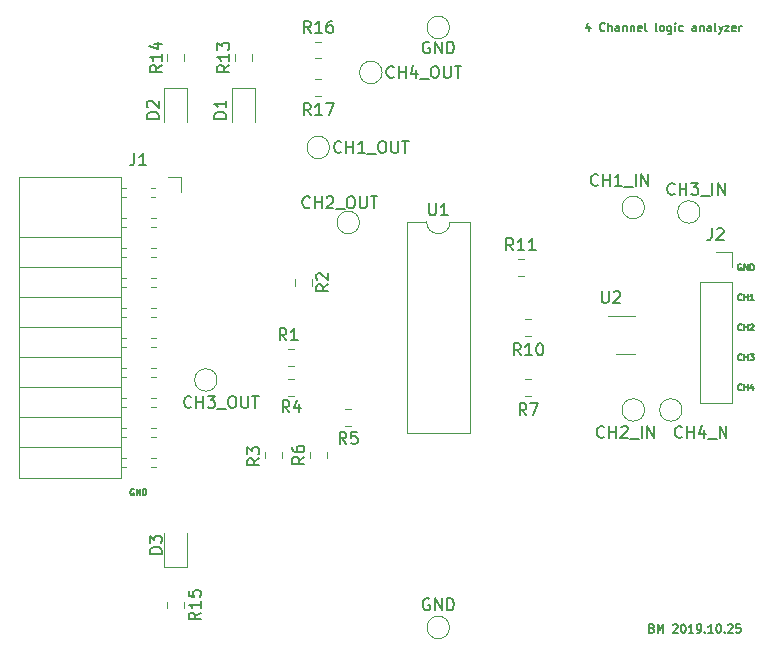
<source format=gbr>
G04 #@! TF.GenerationSoftware,KiCad,Pcbnew,(5.1.2)-1*
G04 #@! TF.CreationDate,2019-10-30T10:00:19+01:00*
G04 #@! TF.ProjectId,temalab_comparator,74656d61-6c61-4625-9f63-6f6d70617261,rev?*
G04 #@! TF.SameCoordinates,Original*
G04 #@! TF.FileFunction,Legend,Top*
G04 #@! TF.FilePolarity,Positive*
%FSLAX46Y46*%
G04 Gerber Fmt 4.6, Leading zero omitted, Abs format (unit mm)*
G04 Created by KiCad (PCBNEW (5.1.2)-1) date 2019-10-30 10:00:19*
%MOMM*%
%LPD*%
G04 APERTURE LIST*
%ADD10C,0.150000*%
%ADD11C,0.127000*%
%ADD12C,0.120000*%
%ADD13C,0.100000*%
%ADD14C,0.750000*%
%ADD15R,1.050000X0.750000*%
%ADD16C,1.252000*%
%ADD17O,1.802000X1.802000*%
%ADD18R,1.802000X1.802000*%
%ADD19R,1.702000X1.702000*%
%ADD20O,1.702000X1.702000*%
%ADD21C,1.602000*%
%ADD22C,1.002000*%
G04 APERTURE END LIST*
D10*
X147640333Y-129617000D02*
X147740333Y-129650333D01*
X147773666Y-129683666D01*
X147807000Y-129750333D01*
X147807000Y-129850333D01*
X147773666Y-129917000D01*
X147740333Y-129950333D01*
X147673666Y-129983666D01*
X147407000Y-129983666D01*
X147407000Y-129283666D01*
X147640333Y-129283666D01*
X147707000Y-129317000D01*
X147740333Y-129350333D01*
X147773666Y-129417000D01*
X147773666Y-129483666D01*
X147740333Y-129550333D01*
X147707000Y-129583666D01*
X147640333Y-129617000D01*
X147407000Y-129617000D01*
X148107000Y-129983666D02*
X148107000Y-129283666D01*
X148340333Y-129783666D01*
X148573666Y-129283666D01*
X148573666Y-129983666D01*
X149407000Y-129350333D02*
X149440333Y-129317000D01*
X149507000Y-129283666D01*
X149673666Y-129283666D01*
X149740333Y-129317000D01*
X149773666Y-129350333D01*
X149807000Y-129417000D01*
X149807000Y-129483666D01*
X149773666Y-129583666D01*
X149373666Y-129983666D01*
X149807000Y-129983666D01*
X150240333Y-129283666D02*
X150307000Y-129283666D01*
X150373666Y-129317000D01*
X150407000Y-129350333D01*
X150440333Y-129417000D01*
X150473666Y-129550333D01*
X150473666Y-129717000D01*
X150440333Y-129850333D01*
X150407000Y-129917000D01*
X150373666Y-129950333D01*
X150307000Y-129983666D01*
X150240333Y-129983666D01*
X150173666Y-129950333D01*
X150140333Y-129917000D01*
X150107000Y-129850333D01*
X150073666Y-129717000D01*
X150073666Y-129550333D01*
X150107000Y-129417000D01*
X150140333Y-129350333D01*
X150173666Y-129317000D01*
X150240333Y-129283666D01*
X151140333Y-129983666D02*
X150740333Y-129983666D01*
X150940333Y-129983666D02*
X150940333Y-129283666D01*
X150873666Y-129383666D01*
X150807000Y-129450333D01*
X150740333Y-129483666D01*
X151473666Y-129983666D02*
X151607000Y-129983666D01*
X151673666Y-129950333D01*
X151707000Y-129917000D01*
X151773666Y-129817000D01*
X151807000Y-129683666D01*
X151807000Y-129417000D01*
X151773666Y-129350333D01*
X151740333Y-129317000D01*
X151673666Y-129283666D01*
X151540333Y-129283666D01*
X151473666Y-129317000D01*
X151440333Y-129350333D01*
X151407000Y-129417000D01*
X151407000Y-129583666D01*
X151440333Y-129650333D01*
X151473666Y-129683666D01*
X151540333Y-129717000D01*
X151673666Y-129717000D01*
X151740333Y-129683666D01*
X151773666Y-129650333D01*
X151807000Y-129583666D01*
X152107000Y-129917000D02*
X152140333Y-129950333D01*
X152107000Y-129983666D01*
X152073666Y-129950333D01*
X152107000Y-129917000D01*
X152107000Y-129983666D01*
X152807000Y-129983666D02*
X152407000Y-129983666D01*
X152607000Y-129983666D02*
X152607000Y-129283666D01*
X152540333Y-129383666D01*
X152473666Y-129450333D01*
X152407000Y-129483666D01*
X153240333Y-129283666D02*
X153307000Y-129283666D01*
X153373666Y-129317000D01*
X153407000Y-129350333D01*
X153440333Y-129417000D01*
X153473666Y-129550333D01*
X153473666Y-129717000D01*
X153440333Y-129850333D01*
X153407000Y-129917000D01*
X153373666Y-129950333D01*
X153307000Y-129983666D01*
X153240333Y-129983666D01*
X153173666Y-129950333D01*
X153140333Y-129917000D01*
X153107000Y-129850333D01*
X153073666Y-129717000D01*
X153073666Y-129550333D01*
X153107000Y-129417000D01*
X153140333Y-129350333D01*
X153173666Y-129317000D01*
X153240333Y-129283666D01*
X153773666Y-129917000D02*
X153807000Y-129950333D01*
X153773666Y-129983666D01*
X153740333Y-129950333D01*
X153773666Y-129917000D01*
X153773666Y-129983666D01*
X154073666Y-129350333D02*
X154107000Y-129317000D01*
X154173666Y-129283666D01*
X154340333Y-129283666D01*
X154407000Y-129317000D01*
X154440333Y-129350333D01*
X154473666Y-129417000D01*
X154473666Y-129483666D01*
X154440333Y-129583666D01*
X154040333Y-129983666D01*
X154473666Y-129983666D01*
X155107000Y-129283666D02*
X154773666Y-129283666D01*
X154740333Y-129617000D01*
X154773666Y-129583666D01*
X154840333Y-129550333D01*
X155007000Y-129550333D01*
X155073666Y-129583666D01*
X155107000Y-129617000D01*
X155140333Y-129683666D01*
X155140333Y-129850333D01*
X155107000Y-129917000D01*
X155073666Y-129950333D01*
X155007000Y-129983666D01*
X154840333Y-129983666D01*
X154773666Y-129950333D01*
X154740333Y-129917000D01*
X142340000Y-78590000D02*
X142340000Y-79056666D01*
X142173333Y-78323333D02*
X142006666Y-78823333D01*
X142440000Y-78823333D01*
X143640000Y-78990000D02*
X143606666Y-79023333D01*
X143506666Y-79056666D01*
X143440000Y-79056666D01*
X143340000Y-79023333D01*
X143273333Y-78956666D01*
X143240000Y-78890000D01*
X143206666Y-78756666D01*
X143206666Y-78656666D01*
X143240000Y-78523333D01*
X143273333Y-78456666D01*
X143340000Y-78390000D01*
X143440000Y-78356666D01*
X143506666Y-78356666D01*
X143606666Y-78390000D01*
X143640000Y-78423333D01*
X143940000Y-79056666D02*
X143940000Y-78356666D01*
X144240000Y-79056666D02*
X144240000Y-78690000D01*
X144206666Y-78623333D01*
X144140000Y-78590000D01*
X144040000Y-78590000D01*
X143973333Y-78623333D01*
X143940000Y-78656666D01*
X144873333Y-79056666D02*
X144873333Y-78690000D01*
X144840000Y-78623333D01*
X144773333Y-78590000D01*
X144640000Y-78590000D01*
X144573333Y-78623333D01*
X144873333Y-79023333D02*
X144806666Y-79056666D01*
X144640000Y-79056666D01*
X144573333Y-79023333D01*
X144540000Y-78956666D01*
X144540000Y-78890000D01*
X144573333Y-78823333D01*
X144640000Y-78790000D01*
X144806666Y-78790000D01*
X144873333Y-78756666D01*
X145206666Y-78590000D02*
X145206666Y-79056666D01*
X145206666Y-78656666D02*
X145240000Y-78623333D01*
X145306666Y-78590000D01*
X145406666Y-78590000D01*
X145473333Y-78623333D01*
X145506666Y-78690000D01*
X145506666Y-79056666D01*
X145840000Y-78590000D02*
X145840000Y-79056666D01*
X145840000Y-78656666D02*
X145873333Y-78623333D01*
X145940000Y-78590000D01*
X146040000Y-78590000D01*
X146106666Y-78623333D01*
X146140000Y-78690000D01*
X146140000Y-79056666D01*
X146740000Y-79023333D02*
X146673333Y-79056666D01*
X146540000Y-79056666D01*
X146473333Y-79023333D01*
X146440000Y-78956666D01*
X146440000Y-78690000D01*
X146473333Y-78623333D01*
X146540000Y-78590000D01*
X146673333Y-78590000D01*
X146740000Y-78623333D01*
X146773333Y-78690000D01*
X146773333Y-78756666D01*
X146440000Y-78823333D01*
X147173333Y-79056666D02*
X147106666Y-79023333D01*
X147073333Y-78956666D01*
X147073333Y-78356666D01*
X148073333Y-79056666D02*
X148006666Y-79023333D01*
X147973333Y-78956666D01*
X147973333Y-78356666D01*
X148440000Y-79056666D02*
X148373333Y-79023333D01*
X148340000Y-78990000D01*
X148306666Y-78923333D01*
X148306666Y-78723333D01*
X148340000Y-78656666D01*
X148373333Y-78623333D01*
X148440000Y-78590000D01*
X148540000Y-78590000D01*
X148606666Y-78623333D01*
X148640000Y-78656666D01*
X148673333Y-78723333D01*
X148673333Y-78923333D01*
X148640000Y-78990000D01*
X148606666Y-79023333D01*
X148540000Y-79056666D01*
X148440000Y-79056666D01*
X149273333Y-78590000D02*
X149273333Y-79156666D01*
X149240000Y-79223333D01*
X149206666Y-79256666D01*
X149140000Y-79290000D01*
X149040000Y-79290000D01*
X148973333Y-79256666D01*
X149273333Y-79023333D02*
X149206666Y-79056666D01*
X149073333Y-79056666D01*
X149006666Y-79023333D01*
X148973333Y-78990000D01*
X148940000Y-78923333D01*
X148940000Y-78723333D01*
X148973333Y-78656666D01*
X149006666Y-78623333D01*
X149073333Y-78590000D01*
X149206666Y-78590000D01*
X149273333Y-78623333D01*
X149606666Y-79056666D02*
X149606666Y-78590000D01*
X149606666Y-78356666D02*
X149573333Y-78390000D01*
X149606666Y-78423333D01*
X149640000Y-78390000D01*
X149606666Y-78356666D01*
X149606666Y-78423333D01*
X150240000Y-79023333D02*
X150173333Y-79056666D01*
X150040000Y-79056666D01*
X149973333Y-79023333D01*
X149940000Y-78990000D01*
X149906666Y-78923333D01*
X149906666Y-78723333D01*
X149940000Y-78656666D01*
X149973333Y-78623333D01*
X150040000Y-78590000D01*
X150173333Y-78590000D01*
X150240000Y-78623333D01*
X151373333Y-79056666D02*
X151373333Y-78690000D01*
X151340000Y-78623333D01*
X151273333Y-78590000D01*
X151140000Y-78590000D01*
X151073333Y-78623333D01*
X151373333Y-79023333D02*
X151306666Y-79056666D01*
X151140000Y-79056666D01*
X151073333Y-79023333D01*
X151040000Y-78956666D01*
X151040000Y-78890000D01*
X151073333Y-78823333D01*
X151140000Y-78790000D01*
X151306666Y-78790000D01*
X151373333Y-78756666D01*
X151706666Y-78590000D02*
X151706666Y-79056666D01*
X151706666Y-78656666D02*
X151740000Y-78623333D01*
X151806666Y-78590000D01*
X151906666Y-78590000D01*
X151973333Y-78623333D01*
X152006666Y-78690000D01*
X152006666Y-79056666D01*
X152640000Y-79056666D02*
X152640000Y-78690000D01*
X152606666Y-78623333D01*
X152540000Y-78590000D01*
X152406666Y-78590000D01*
X152340000Y-78623333D01*
X152640000Y-79023333D02*
X152573333Y-79056666D01*
X152406666Y-79056666D01*
X152340000Y-79023333D01*
X152306666Y-78956666D01*
X152306666Y-78890000D01*
X152340000Y-78823333D01*
X152406666Y-78790000D01*
X152573333Y-78790000D01*
X152640000Y-78756666D01*
X153073333Y-79056666D02*
X153006666Y-79023333D01*
X152973333Y-78956666D01*
X152973333Y-78356666D01*
X153273333Y-78590000D02*
X153440000Y-79056666D01*
X153606666Y-78590000D02*
X153440000Y-79056666D01*
X153373333Y-79223333D01*
X153340000Y-79256666D01*
X153273333Y-79290000D01*
X153806666Y-78590000D02*
X154173333Y-78590000D01*
X153806666Y-79056666D01*
X154173333Y-79056666D01*
X154706666Y-79023333D02*
X154640000Y-79056666D01*
X154506666Y-79056666D01*
X154440000Y-79023333D01*
X154406666Y-78956666D01*
X154406666Y-78690000D01*
X154440000Y-78623333D01*
X154506666Y-78590000D01*
X154640000Y-78590000D01*
X154706666Y-78623333D01*
X154740000Y-78690000D01*
X154740000Y-78756666D01*
X154406666Y-78823333D01*
X155040000Y-79056666D02*
X155040000Y-78590000D01*
X155040000Y-78723333D02*
X155073333Y-78656666D01*
X155106666Y-78623333D01*
X155173333Y-78590000D01*
X155240000Y-78590000D01*
D11*
X103752952Y-117856000D02*
X103704571Y-117831809D01*
X103632000Y-117831809D01*
X103559428Y-117856000D01*
X103511047Y-117904380D01*
X103486857Y-117952761D01*
X103462666Y-118049523D01*
X103462666Y-118122095D01*
X103486857Y-118218857D01*
X103511047Y-118267238D01*
X103559428Y-118315619D01*
X103632000Y-118339809D01*
X103680380Y-118339809D01*
X103752952Y-118315619D01*
X103777142Y-118291428D01*
X103777142Y-118122095D01*
X103680380Y-118122095D01*
X103994857Y-118339809D02*
X103994857Y-117831809D01*
X104285142Y-118339809D01*
X104285142Y-117831809D01*
X104527047Y-118339809D02*
X104527047Y-117831809D01*
X104648000Y-117831809D01*
X104720571Y-117856000D01*
X104768952Y-117904380D01*
X104793142Y-117952761D01*
X104817333Y-118049523D01*
X104817333Y-118122095D01*
X104793142Y-118218857D01*
X104768952Y-118267238D01*
X104720571Y-118315619D01*
X104648000Y-118339809D01*
X104527047Y-118339809D01*
X155187952Y-98806000D02*
X155139571Y-98781809D01*
X155067000Y-98781809D01*
X154994428Y-98806000D01*
X154946047Y-98854380D01*
X154921857Y-98902761D01*
X154897666Y-98999523D01*
X154897666Y-99072095D01*
X154921857Y-99168857D01*
X154946047Y-99217238D01*
X154994428Y-99265619D01*
X155067000Y-99289809D01*
X155115380Y-99289809D01*
X155187952Y-99265619D01*
X155212142Y-99241428D01*
X155212142Y-99072095D01*
X155115380Y-99072095D01*
X155429857Y-99289809D02*
X155429857Y-98781809D01*
X155720142Y-99289809D01*
X155720142Y-98781809D01*
X155962047Y-99289809D02*
X155962047Y-98781809D01*
X156083000Y-98781809D01*
X156155571Y-98806000D01*
X156203952Y-98854380D01*
X156228142Y-98902761D01*
X156252333Y-98999523D01*
X156252333Y-99072095D01*
X156228142Y-99168857D01*
X156203952Y-99217238D01*
X156155571Y-99265619D01*
X156083000Y-99289809D01*
X155962047Y-99289809D01*
X155224238Y-109401428D02*
X155200047Y-109425619D01*
X155127476Y-109449809D01*
X155079095Y-109449809D01*
X155006523Y-109425619D01*
X154958142Y-109377238D01*
X154933952Y-109328857D01*
X154909761Y-109232095D01*
X154909761Y-109159523D01*
X154933952Y-109062761D01*
X154958142Y-109014380D01*
X155006523Y-108966000D01*
X155079095Y-108941809D01*
X155127476Y-108941809D01*
X155200047Y-108966000D01*
X155224238Y-108990190D01*
X155441952Y-109449809D02*
X155441952Y-108941809D01*
X155441952Y-109183714D02*
X155732238Y-109183714D01*
X155732238Y-109449809D02*
X155732238Y-108941809D01*
X156191857Y-109111142D02*
X156191857Y-109449809D01*
X156070904Y-108917619D02*
X155949952Y-109280476D01*
X156264428Y-109280476D01*
X155224238Y-106861428D02*
X155200047Y-106885619D01*
X155127476Y-106909809D01*
X155079095Y-106909809D01*
X155006523Y-106885619D01*
X154958142Y-106837238D01*
X154933952Y-106788857D01*
X154909761Y-106692095D01*
X154909761Y-106619523D01*
X154933952Y-106522761D01*
X154958142Y-106474380D01*
X155006523Y-106426000D01*
X155079095Y-106401809D01*
X155127476Y-106401809D01*
X155200047Y-106426000D01*
X155224238Y-106450190D01*
X155441952Y-106909809D02*
X155441952Y-106401809D01*
X155441952Y-106643714D02*
X155732238Y-106643714D01*
X155732238Y-106909809D02*
X155732238Y-106401809D01*
X155925761Y-106401809D02*
X156240238Y-106401809D01*
X156070904Y-106595333D01*
X156143476Y-106595333D01*
X156191857Y-106619523D01*
X156216047Y-106643714D01*
X156240238Y-106692095D01*
X156240238Y-106813047D01*
X156216047Y-106861428D01*
X156191857Y-106885619D01*
X156143476Y-106909809D01*
X155998333Y-106909809D01*
X155949952Y-106885619D01*
X155925761Y-106861428D01*
X155224238Y-104321428D02*
X155200047Y-104345619D01*
X155127476Y-104369809D01*
X155079095Y-104369809D01*
X155006523Y-104345619D01*
X154958142Y-104297238D01*
X154933952Y-104248857D01*
X154909761Y-104152095D01*
X154909761Y-104079523D01*
X154933952Y-103982761D01*
X154958142Y-103934380D01*
X155006523Y-103886000D01*
X155079095Y-103861809D01*
X155127476Y-103861809D01*
X155200047Y-103886000D01*
X155224238Y-103910190D01*
X155441952Y-104369809D02*
X155441952Y-103861809D01*
X155441952Y-104103714D02*
X155732238Y-104103714D01*
X155732238Y-104369809D02*
X155732238Y-103861809D01*
X155949952Y-103910190D02*
X155974142Y-103886000D01*
X156022523Y-103861809D01*
X156143476Y-103861809D01*
X156191857Y-103886000D01*
X156216047Y-103910190D01*
X156240238Y-103958571D01*
X156240238Y-104006952D01*
X156216047Y-104079523D01*
X155925761Y-104369809D01*
X156240238Y-104369809D01*
X155224238Y-101781428D02*
X155200047Y-101805619D01*
X155127476Y-101829809D01*
X155079095Y-101829809D01*
X155006523Y-101805619D01*
X154958142Y-101757238D01*
X154933952Y-101708857D01*
X154909761Y-101612095D01*
X154909761Y-101539523D01*
X154933952Y-101442761D01*
X154958142Y-101394380D01*
X155006523Y-101346000D01*
X155079095Y-101321809D01*
X155127476Y-101321809D01*
X155200047Y-101346000D01*
X155224238Y-101370190D01*
X155441952Y-101829809D02*
X155441952Y-101321809D01*
X155441952Y-101563714D02*
X155732238Y-101563714D01*
X155732238Y-101829809D02*
X155732238Y-101321809D01*
X156240238Y-101829809D02*
X155949952Y-101829809D01*
X156095095Y-101829809D02*
X156095095Y-101321809D01*
X156046714Y-101394380D01*
X155998333Y-101442761D01*
X155949952Y-101466952D01*
D12*
X146215000Y-103175000D02*
X143915000Y-103175000D01*
X144615000Y-106375000D02*
X146215000Y-106375000D01*
X121658748Y-111050000D02*
X122181252Y-111050000D01*
X121658748Y-112470000D02*
X122181252Y-112470000D01*
X108275000Y-124415000D02*
X108275000Y-121555000D01*
X106355000Y-124415000D02*
X108275000Y-124415000D01*
X106355000Y-121555000D02*
X106355000Y-124415000D01*
X106355000Y-83865000D02*
X106355000Y-86725000D01*
X108275000Y-83865000D02*
X106355000Y-83865000D01*
X108275000Y-86725000D02*
X108275000Y-83865000D01*
X112070000Y-83865000D02*
X112070000Y-86725000D01*
X113990000Y-83865000D02*
X112070000Y-83865000D01*
X113990000Y-86725000D02*
X113990000Y-83865000D01*
X153035000Y-97730000D02*
X154365000Y-97730000D01*
X154365000Y-97730000D02*
X154365000Y-99060000D01*
X154365000Y-100330000D02*
X154365000Y-110550000D01*
X151705000Y-110550000D02*
X154365000Y-110550000D01*
X151705000Y-100330000D02*
X151705000Y-110550000D01*
X151705000Y-100330000D02*
X154365000Y-100330000D01*
X102680000Y-92350000D02*
X103090000Y-92350000D01*
X105190000Y-92350000D02*
X105570000Y-92350000D01*
X102680000Y-93070000D02*
X103090000Y-93070000D01*
X105190000Y-93070000D02*
X105570000Y-93070000D01*
X102680000Y-94890000D02*
X103090000Y-94890000D01*
X105190000Y-94890000D02*
X105630000Y-94890000D01*
X102680000Y-95610000D02*
X103090000Y-95610000D01*
X105190000Y-95610000D02*
X105630000Y-95610000D01*
X102680000Y-97430000D02*
X103090000Y-97430000D01*
X105190000Y-97430000D02*
X105630000Y-97430000D01*
X102680000Y-98150000D02*
X103090000Y-98150000D01*
X105190000Y-98150000D02*
X105630000Y-98150000D01*
X102680000Y-99970000D02*
X103090000Y-99970000D01*
X105190000Y-99970000D02*
X105630000Y-99970000D01*
X102680000Y-100690000D02*
X103090000Y-100690000D01*
X105190000Y-100690000D02*
X105630000Y-100690000D01*
X102680000Y-102510000D02*
X103090000Y-102510000D01*
X105190000Y-102510000D02*
X105630000Y-102510000D01*
X102680000Y-103230000D02*
X103090000Y-103230000D01*
X105190000Y-103230000D02*
X105630000Y-103230000D01*
X102680000Y-105050000D02*
X103090000Y-105050000D01*
X105190000Y-105050000D02*
X105630000Y-105050000D01*
X102680000Y-105770000D02*
X103090000Y-105770000D01*
X105190000Y-105770000D02*
X105630000Y-105770000D01*
X102680000Y-107590000D02*
X103090000Y-107590000D01*
X105190000Y-107590000D02*
X105630000Y-107590000D01*
X102680000Y-108310000D02*
X103090000Y-108310000D01*
X105190000Y-108310000D02*
X105630000Y-108310000D01*
X102680000Y-110130000D02*
X103090000Y-110130000D01*
X105190000Y-110130000D02*
X105630000Y-110130000D01*
X102680000Y-110850000D02*
X103090000Y-110850000D01*
X105190000Y-110850000D02*
X105630000Y-110850000D01*
X102680000Y-112670000D02*
X103090000Y-112670000D01*
X105190000Y-112670000D02*
X105630000Y-112670000D01*
X102680000Y-113390000D02*
X103090000Y-113390000D01*
X105190000Y-113390000D02*
X105630000Y-113390000D01*
X102680000Y-115210000D02*
X103090000Y-115210000D01*
X105190000Y-115210000D02*
X105630000Y-115210000D01*
X102680000Y-115930000D02*
X103090000Y-115930000D01*
X105190000Y-115930000D02*
X105630000Y-115930000D01*
X94050000Y-96520000D02*
X102680000Y-96520000D01*
X94050000Y-99060000D02*
X102680000Y-99060000D01*
X94050000Y-101600000D02*
X102680000Y-101600000D01*
X94050000Y-104140000D02*
X102680000Y-104140000D01*
X94050000Y-106680000D02*
X102680000Y-106680000D01*
X94050000Y-109220000D02*
X102680000Y-109220000D01*
X94050000Y-111760000D02*
X102680000Y-111760000D01*
X94050000Y-114300000D02*
X102680000Y-114300000D01*
X94050000Y-91380000D02*
X102680000Y-91380000D01*
X102680000Y-91380000D02*
X102680000Y-116900000D01*
X94050000Y-116900000D02*
X102680000Y-116900000D01*
X94050000Y-91380000D02*
X94050000Y-116900000D01*
X107790000Y-91380000D02*
X107790000Y-92710000D01*
X106680000Y-91380000D02*
X107790000Y-91380000D01*
X117346252Y-105970000D02*
X116823748Y-105970000D01*
X117346252Y-107390000D02*
X116823748Y-107390000D01*
X118820000Y-100068748D02*
X118820000Y-100591252D01*
X117400000Y-100068748D02*
X117400000Y-100591252D01*
X114860000Y-115196252D02*
X114860000Y-114673748D01*
X116280000Y-115196252D02*
X116280000Y-114673748D01*
X117346252Y-108510000D02*
X116823748Y-108510000D01*
X117346252Y-109930000D02*
X116823748Y-109930000D01*
X120090000Y-115196252D02*
X120090000Y-114673748D01*
X118670000Y-115196252D02*
X118670000Y-114673748D01*
X136898748Y-108510000D02*
X137421252Y-108510000D01*
X136898748Y-109930000D02*
X137421252Y-109930000D01*
X136898748Y-104850000D02*
X137421252Y-104850000D01*
X136898748Y-103430000D02*
X137421252Y-103430000D01*
X136263748Y-98350000D02*
X136786252Y-98350000D01*
X136263748Y-99770000D02*
X136786252Y-99770000D01*
X113740000Y-81541252D02*
X113740000Y-81018748D01*
X112320000Y-81541252D02*
X112320000Y-81018748D01*
X106605000Y-81541252D02*
X106605000Y-81018748D01*
X108025000Y-81541252D02*
X108025000Y-81018748D01*
X106605000Y-127373748D02*
X106605000Y-127896252D01*
X108025000Y-127373748D02*
X108025000Y-127896252D01*
X119118748Y-83110000D02*
X119641252Y-83110000D01*
X119118748Y-84530000D02*
X119641252Y-84530000D01*
X119641252Y-79935000D02*
X119118748Y-79935000D01*
X119641252Y-81355000D02*
X119118748Y-81355000D01*
X130540000Y-95190000D02*
G75*
G02X128540000Y-95190000I-1000000J0D01*
G01*
X128540000Y-95190000D02*
X126890000Y-95190000D01*
X126890000Y-95190000D02*
X126890000Y-113090000D01*
X126890000Y-113090000D02*
X132190000Y-113090000D01*
X132190000Y-113090000D02*
X132190000Y-95190000D01*
X132190000Y-95190000D02*
X130540000Y-95190000D01*
X130490000Y-129540000D02*
G75*
G03X130490000Y-129540000I-950000J0D01*
G01*
X147000000Y-93980000D02*
G75*
G03X147000000Y-93980000I-950000J0D01*
G01*
X120330000Y-88900000D02*
G75*
G03X120330000Y-88900000I-950000J0D01*
G01*
X130490000Y-78740000D02*
G75*
G03X130490000Y-78740000I-950000J0D01*
G01*
X147000000Y-111125000D02*
G75*
G03X147000000Y-111125000I-950000J0D01*
G01*
X122870000Y-95250000D02*
G75*
G03X122870000Y-95250000I-950000J0D01*
G01*
X151699000Y-94361000D02*
G75*
G03X151699000Y-94361000I-950000J0D01*
G01*
X110805000Y-108585000D02*
G75*
G03X110805000Y-108585000I-950000J0D01*
G01*
X150175000Y-111125000D02*
G75*
G03X150175000Y-111125000I-950000J0D01*
G01*
X124775000Y-82550000D02*
G75*
G03X124775000Y-82550000I-950000J0D01*
G01*
D10*
X143383095Y-101052380D02*
X143383095Y-101861904D01*
X143430714Y-101957142D01*
X143478333Y-102004761D01*
X143573571Y-102052380D01*
X143764047Y-102052380D01*
X143859285Y-102004761D01*
X143906904Y-101957142D01*
X143954523Y-101861904D01*
X143954523Y-101052380D01*
X144383095Y-101147619D02*
X144430714Y-101100000D01*
X144525952Y-101052380D01*
X144764047Y-101052380D01*
X144859285Y-101100000D01*
X144906904Y-101147619D01*
X144954523Y-101242857D01*
X144954523Y-101338095D01*
X144906904Y-101480952D01*
X144335476Y-102052380D01*
X144954523Y-102052380D01*
X121753333Y-113990380D02*
X121420000Y-113514190D01*
X121181904Y-113990380D02*
X121181904Y-112990380D01*
X121562857Y-112990380D01*
X121658095Y-113038000D01*
X121705714Y-113085619D01*
X121753333Y-113180857D01*
X121753333Y-113323714D01*
X121705714Y-113418952D01*
X121658095Y-113466571D01*
X121562857Y-113514190D01*
X121181904Y-113514190D01*
X122658095Y-112990380D02*
X122181904Y-112990380D01*
X122134285Y-113466571D01*
X122181904Y-113418952D01*
X122277142Y-113371333D01*
X122515238Y-113371333D01*
X122610476Y-113418952D01*
X122658095Y-113466571D01*
X122705714Y-113561809D01*
X122705714Y-113799904D01*
X122658095Y-113895142D01*
X122610476Y-113942761D01*
X122515238Y-113990380D01*
X122277142Y-113990380D01*
X122181904Y-113942761D01*
X122134285Y-113895142D01*
X106117380Y-123293095D02*
X105117380Y-123293095D01*
X105117380Y-123055000D01*
X105165000Y-122912142D01*
X105260238Y-122816904D01*
X105355476Y-122769285D01*
X105545952Y-122721666D01*
X105688809Y-122721666D01*
X105879285Y-122769285D01*
X105974523Y-122816904D01*
X106069761Y-122912142D01*
X106117380Y-123055000D01*
X106117380Y-123293095D01*
X105117380Y-122388333D02*
X105117380Y-121769285D01*
X105498333Y-122102619D01*
X105498333Y-121959761D01*
X105545952Y-121864523D01*
X105593571Y-121816904D01*
X105688809Y-121769285D01*
X105926904Y-121769285D01*
X106022142Y-121816904D01*
X106069761Y-121864523D01*
X106117380Y-121959761D01*
X106117380Y-122245476D01*
X106069761Y-122340714D01*
X106022142Y-122388333D01*
X105862380Y-86463095D02*
X104862380Y-86463095D01*
X104862380Y-86225000D01*
X104910000Y-86082142D01*
X105005238Y-85986904D01*
X105100476Y-85939285D01*
X105290952Y-85891666D01*
X105433809Y-85891666D01*
X105624285Y-85939285D01*
X105719523Y-85986904D01*
X105814761Y-86082142D01*
X105862380Y-86225000D01*
X105862380Y-86463095D01*
X104957619Y-85510714D02*
X104910000Y-85463095D01*
X104862380Y-85367857D01*
X104862380Y-85129761D01*
X104910000Y-85034523D01*
X104957619Y-84986904D01*
X105052857Y-84939285D01*
X105148095Y-84939285D01*
X105290952Y-84986904D01*
X105862380Y-85558333D01*
X105862380Y-84939285D01*
X111577380Y-86463095D02*
X110577380Y-86463095D01*
X110577380Y-86225000D01*
X110625000Y-86082142D01*
X110720238Y-85986904D01*
X110815476Y-85939285D01*
X111005952Y-85891666D01*
X111148809Y-85891666D01*
X111339285Y-85939285D01*
X111434523Y-85986904D01*
X111529761Y-86082142D01*
X111577380Y-86225000D01*
X111577380Y-86463095D01*
X111577380Y-84939285D02*
X111577380Y-85510714D01*
X111577380Y-85225000D02*
X110577380Y-85225000D01*
X110720238Y-85320238D01*
X110815476Y-85415476D01*
X110863095Y-85510714D01*
X152701666Y-95742380D02*
X152701666Y-96456666D01*
X152654047Y-96599523D01*
X152558809Y-96694761D01*
X152415952Y-96742380D01*
X152320714Y-96742380D01*
X153130238Y-95837619D02*
X153177857Y-95790000D01*
X153273095Y-95742380D01*
X153511190Y-95742380D01*
X153606428Y-95790000D01*
X153654047Y-95837619D01*
X153701666Y-95932857D01*
X153701666Y-96028095D01*
X153654047Y-96170952D01*
X153082619Y-96742380D01*
X153701666Y-96742380D01*
X103806666Y-89392380D02*
X103806666Y-90106666D01*
X103759047Y-90249523D01*
X103663809Y-90344761D01*
X103520952Y-90392380D01*
X103425714Y-90392380D01*
X104806666Y-90392380D02*
X104235238Y-90392380D01*
X104520952Y-90392380D02*
X104520952Y-89392380D01*
X104425714Y-89535238D01*
X104330476Y-89630476D01*
X104235238Y-89678095D01*
X116673333Y-105227380D02*
X116340000Y-104751190D01*
X116101904Y-105227380D02*
X116101904Y-104227380D01*
X116482857Y-104227380D01*
X116578095Y-104275000D01*
X116625714Y-104322619D01*
X116673333Y-104417857D01*
X116673333Y-104560714D01*
X116625714Y-104655952D01*
X116578095Y-104703571D01*
X116482857Y-104751190D01*
X116101904Y-104751190D01*
X117625714Y-105227380D02*
X117054285Y-105227380D01*
X117340000Y-105227380D02*
X117340000Y-104227380D01*
X117244761Y-104370238D01*
X117149523Y-104465476D01*
X117054285Y-104513095D01*
X120212380Y-100496666D02*
X119736190Y-100830000D01*
X120212380Y-101068095D02*
X119212380Y-101068095D01*
X119212380Y-100687142D01*
X119260000Y-100591904D01*
X119307619Y-100544285D01*
X119402857Y-100496666D01*
X119545714Y-100496666D01*
X119640952Y-100544285D01*
X119688571Y-100591904D01*
X119736190Y-100687142D01*
X119736190Y-101068095D01*
X119307619Y-100115714D02*
X119260000Y-100068095D01*
X119212380Y-99972857D01*
X119212380Y-99734761D01*
X119260000Y-99639523D01*
X119307619Y-99591904D01*
X119402857Y-99544285D01*
X119498095Y-99544285D01*
X119640952Y-99591904D01*
X120212380Y-100163333D01*
X120212380Y-99544285D01*
X114372380Y-115228666D02*
X113896190Y-115562000D01*
X114372380Y-115800095D02*
X113372380Y-115800095D01*
X113372380Y-115419142D01*
X113420000Y-115323904D01*
X113467619Y-115276285D01*
X113562857Y-115228666D01*
X113705714Y-115228666D01*
X113800952Y-115276285D01*
X113848571Y-115323904D01*
X113896190Y-115419142D01*
X113896190Y-115800095D01*
X113372380Y-114895333D02*
X113372380Y-114276285D01*
X113753333Y-114609619D01*
X113753333Y-114466761D01*
X113800952Y-114371523D01*
X113848571Y-114323904D01*
X113943809Y-114276285D01*
X114181904Y-114276285D01*
X114277142Y-114323904D01*
X114324761Y-114371523D01*
X114372380Y-114466761D01*
X114372380Y-114752476D01*
X114324761Y-114847714D01*
X114277142Y-114895333D01*
X116927333Y-111323380D02*
X116594000Y-110847190D01*
X116355904Y-111323380D02*
X116355904Y-110323380D01*
X116736857Y-110323380D01*
X116832095Y-110371000D01*
X116879714Y-110418619D01*
X116927333Y-110513857D01*
X116927333Y-110656714D01*
X116879714Y-110751952D01*
X116832095Y-110799571D01*
X116736857Y-110847190D01*
X116355904Y-110847190D01*
X117784476Y-110656714D02*
X117784476Y-111323380D01*
X117546380Y-110275761D02*
X117308285Y-110990047D01*
X117927333Y-110990047D01*
X118182380Y-115101666D02*
X117706190Y-115435000D01*
X118182380Y-115673095D02*
X117182380Y-115673095D01*
X117182380Y-115292142D01*
X117230000Y-115196904D01*
X117277619Y-115149285D01*
X117372857Y-115101666D01*
X117515714Y-115101666D01*
X117610952Y-115149285D01*
X117658571Y-115196904D01*
X117706190Y-115292142D01*
X117706190Y-115673095D01*
X117182380Y-114244523D02*
X117182380Y-114435000D01*
X117230000Y-114530238D01*
X117277619Y-114577857D01*
X117420476Y-114673095D01*
X117610952Y-114720714D01*
X117991904Y-114720714D01*
X118087142Y-114673095D01*
X118134761Y-114625476D01*
X118182380Y-114530238D01*
X118182380Y-114339761D01*
X118134761Y-114244523D01*
X118087142Y-114196904D01*
X117991904Y-114149285D01*
X117753809Y-114149285D01*
X117658571Y-114196904D01*
X117610952Y-114244523D01*
X117563333Y-114339761D01*
X117563333Y-114530238D01*
X117610952Y-114625476D01*
X117658571Y-114673095D01*
X117753809Y-114720714D01*
X136993333Y-111577380D02*
X136660000Y-111101190D01*
X136421904Y-111577380D02*
X136421904Y-110577380D01*
X136802857Y-110577380D01*
X136898095Y-110625000D01*
X136945714Y-110672619D01*
X136993333Y-110767857D01*
X136993333Y-110910714D01*
X136945714Y-111005952D01*
X136898095Y-111053571D01*
X136802857Y-111101190D01*
X136421904Y-111101190D01*
X137326666Y-110577380D02*
X137993333Y-110577380D01*
X137564761Y-111577380D01*
X136517142Y-106497380D02*
X136183809Y-106021190D01*
X135945714Y-106497380D02*
X135945714Y-105497380D01*
X136326666Y-105497380D01*
X136421904Y-105545000D01*
X136469523Y-105592619D01*
X136517142Y-105687857D01*
X136517142Y-105830714D01*
X136469523Y-105925952D01*
X136421904Y-105973571D01*
X136326666Y-106021190D01*
X135945714Y-106021190D01*
X137469523Y-106497380D02*
X136898095Y-106497380D01*
X137183809Y-106497380D02*
X137183809Y-105497380D01*
X137088571Y-105640238D01*
X136993333Y-105735476D01*
X136898095Y-105783095D01*
X138088571Y-105497380D02*
X138183809Y-105497380D01*
X138279047Y-105545000D01*
X138326666Y-105592619D01*
X138374285Y-105687857D01*
X138421904Y-105878333D01*
X138421904Y-106116428D01*
X138374285Y-106306904D01*
X138326666Y-106402142D01*
X138279047Y-106449761D01*
X138183809Y-106497380D01*
X138088571Y-106497380D01*
X137993333Y-106449761D01*
X137945714Y-106402142D01*
X137898095Y-106306904D01*
X137850476Y-106116428D01*
X137850476Y-105878333D01*
X137898095Y-105687857D01*
X137945714Y-105592619D01*
X137993333Y-105545000D01*
X138088571Y-105497380D01*
X135882142Y-97607380D02*
X135548809Y-97131190D01*
X135310714Y-97607380D02*
X135310714Y-96607380D01*
X135691666Y-96607380D01*
X135786904Y-96655000D01*
X135834523Y-96702619D01*
X135882142Y-96797857D01*
X135882142Y-96940714D01*
X135834523Y-97035952D01*
X135786904Y-97083571D01*
X135691666Y-97131190D01*
X135310714Y-97131190D01*
X136834523Y-97607380D02*
X136263095Y-97607380D01*
X136548809Y-97607380D02*
X136548809Y-96607380D01*
X136453571Y-96750238D01*
X136358333Y-96845476D01*
X136263095Y-96893095D01*
X137786904Y-97607380D02*
X137215476Y-97607380D01*
X137501190Y-97607380D02*
X137501190Y-96607380D01*
X137405952Y-96750238D01*
X137310714Y-96845476D01*
X137215476Y-96893095D01*
X111832380Y-81922857D02*
X111356190Y-82256190D01*
X111832380Y-82494285D02*
X110832380Y-82494285D01*
X110832380Y-82113333D01*
X110880000Y-82018095D01*
X110927619Y-81970476D01*
X111022857Y-81922857D01*
X111165714Y-81922857D01*
X111260952Y-81970476D01*
X111308571Y-82018095D01*
X111356190Y-82113333D01*
X111356190Y-82494285D01*
X111832380Y-80970476D02*
X111832380Y-81541904D01*
X111832380Y-81256190D02*
X110832380Y-81256190D01*
X110975238Y-81351428D01*
X111070476Y-81446666D01*
X111118095Y-81541904D01*
X110832380Y-80637142D02*
X110832380Y-80018095D01*
X111213333Y-80351428D01*
X111213333Y-80208571D01*
X111260952Y-80113333D01*
X111308571Y-80065714D01*
X111403809Y-80018095D01*
X111641904Y-80018095D01*
X111737142Y-80065714D01*
X111784761Y-80113333D01*
X111832380Y-80208571D01*
X111832380Y-80494285D01*
X111784761Y-80589523D01*
X111737142Y-80637142D01*
X106117380Y-81922857D02*
X105641190Y-82256190D01*
X106117380Y-82494285D02*
X105117380Y-82494285D01*
X105117380Y-82113333D01*
X105165000Y-82018095D01*
X105212619Y-81970476D01*
X105307857Y-81922857D01*
X105450714Y-81922857D01*
X105545952Y-81970476D01*
X105593571Y-82018095D01*
X105641190Y-82113333D01*
X105641190Y-82494285D01*
X106117380Y-80970476D02*
X106117380Y-81541904D01*
X106117380Y-81256190D02*
X105117380Y-81256190D01*
X105260238Y-81351428D01*
X105355476Y-81446666D01*
X105403095Y-81541904D01*
X105450714Y-80113333D02*
X106117380Y-80113333D01*
X105069761Y-80351428D02*
X105784047Y-80589523D01*
X105784047Y-79970476D01*
X109417380Y-128277857D02*
X108941190Y-128611190D01*
X109417380Y-128849285D02*
X108417380Y-128849285D01*
X108417380Y-128468333D01*
X108465000Y-128373095D01*
X108512619Y-128325476D01*
X108607857Y-128277857D01*
X108750714Y-128277857D01*
X108845952Y-128325476D01*
X108893571Y-128373095D01*
X108941190Y-128468333D01*
X108941190Y-128849285D01*
X109417380Y-127325476D02*
X109417380Y-127896904D01*
X109417380Y-127611190D02*
X108417380Y-127611190D01*
X108560238Y-127706428D01*
X108655476Y-127801666D01*
X108703095Y-127896904D01*
X108417380Y-126420714D02*
X108417380Y-126896904D01*
X108893571Y-126944523D01*
X108845952Y-126896904D01*
X108798333Y-126801666D01*
X108798333Y-126563571D01*
X108845952Y-126468333D01*
X108893571Y-126420714D01*
X108988809Y-126373095D01*
X109226904Y-126373095D01*
X109322142Y-126420714D01*
X109369761Y-126468333D01*
X109417380Y-126563571D01*
X109417380Y-126801666D01*
X109369761Y-126896904D01*
X109322142Y-126944523D01*
X118737142Y-79192380D02*
X118403809Y-78716190D01*
X118165714Y-79192380D02*
X118165714Y-78192380D01*
X118546666Y-78192380D01*
X118641904Y-78240000D01*
X118689523Y-78287619D01*
X118737142Y-78382857D01*
X118737142Y-78525714D01*
X118689523Y-78620952D01*
X118641904Y-78668571D01*
X118546666Y-78716190D01*
X118165714Y-78716190D01*
X119689523Y-79192380D02*
X119118095Y-79192380D01*
X119403809Y-79192380D02*
X119403809Y-78192380D01*
X119308571Y-78335238D01*
X119213333Y-78430476D01*
X119118095Y-78478095D01*
X120546666Y-78192380D02*
X120356190Y-78192380D01*
X120260952Y-78240000D01*
X120213333Y-78287619D01*
X120118095Y-78430476D01*
X120070476Y-78620952D01*
X120070476Y-79001904D01*
X120118095Y-79097142D01*
X120165714Y-79144761D01*
X120260952Y-79192380D01*
X120451428Y-79192380D01*
X120546666Y-79144761D01*
X120594285Y-79097142D01*
X120641904Y-79001904D01*
X120641904Y-78763809D01*
X120594285Y-78668571D01*
X120546666Y-78620952D01*
X120451428Y-78573333D01*
X120260952Y-78573333D01*
X120165714Y-78620952D01*
X120118095Y-78668571D01*
X120070476Y-78763809D01*
X118737142Y-86177380D02*
X118403809Y-85701190D01*
X118165714Y-86177380D02*
X118165714Y-85177380D01*
X118546666Y-85177380D01*
X118641904Y-85225000D01*
X118689523Y-85272619D01*
X118737142Y-85367857D01*
X118737142Y-85510714D01*
X118689523Y-85605952D01*
X118641904Y-85653571D01*
X118546666Y-85701190D01*
X118165714Y-85701190D01*
X119689523Y-86177380D02*
X119118095Y-86177380D01*
X119403809Y-86177380D02*
X119403809Y-85177380D01*
X119308571Y-85320238D01*
X119213333Y-85415476D01*
X119118095Y-85463095D01*
X120022857Y-85177380D02*
X120689523Y-85177380D01*
X120260952Y-86177380D01*
X128778095Y-93642380D02*
X128778095Y-94451904D01*
X128825714Y-94547142D01*
X128873333Y-94594761D01*
X128968571Y-94642380D01*
X129159047Y-94642380D01*
X129254285Y-94594761D01*
X129301904Y-94547142D01*
X129349523Y-94451904D01*
X129349523Y-93642380D01*
X130349523Y-94642380D02*
X129778095Y-94642380D01*
X130063809Y-94642380D02*
X130063809Y-93642380D01*
X129968571Y-93785238D01*
X129873333Y-93880476D01*
X129778095Y-93928095D01*
X128778095Y-127135000D02*
X128682857Y-127087380D01*
X128540000Y-127087380D01*
X128397142Y-127135000D01*
X128301904Y-127230238D01*
X128254285Y-127325476D01*
X128206666Y-127515952D01*
X128206666Y-127658809D01*
X128254285Y-127849285D01*
X128301904Y-127944523D01*
X128397142Y-128039761D01*
X128540000Y-128087380D01*
X128635238Y-128087380D01*
X128778095Y-128039761D01*
X128825714Y-127992142D01*
X128825714Y-127658809D01*
X128635238Y-127658809D01*
X129254285Y-128087380D02*
X129254285Y-127087380D01*
X129825714Y-128087380D01*
X129825714Y-127087380D01*
X130301904Y-128087380D02*
X130301904Y-127087380D01*
X130540000Y-127087380D01*
X130682857Y-127135000D01*
X130778095Y-127230238D01*
X130825714Y-127325476D01*
X130873333Y-127515952D01*
X130873333Y-127658809D01*
X130825714Y-127849285D01*
X130778095Y-127944523D01*
X130682857Y-128039761D01*
X130540000Y-128087380D01*
X130301904Y-128087380D01*
X143073666Y-92051142D02*
X143026047Y-92098761D01*
X142883190Y-92146380D01*
X142787952Y-92146380D01*
X142645095Y-92098761D01*
X142549857Y-92003523D01*
X142502238Y-91908285D01*
X142454619Y-91717809D01*
X142454619Y-91574952D01*
X142502238Y-91384476D01*
X142549857Y-91289238D01*
X142645095Y-91194000D01*
X142787952Y-91146380D01*
X142883190Y-91146380D01*
X143026047Y-91194000D01*
X143073666Y-91241619D01*
X143502238Y-92146380D02*
X143502238Y-91146380D01*
X143502238Y-91622571D02*
X144073666Y-91622571D01*
X144073666Y-92146380D02*
X144073666Y-91146380D01*
X145073666Y-92146380D02*
X144502238Y-92146380D01*
X144787952Y-92146380D02*
X144787952Y-91146380D01*
X144692714Y-91289238D01*
X144597476Y-91384476D01*
X144502238Y-91432095D01*
X145264142Y-92241619D02*
X146026047Y-92241619D01*
X146264142Y-92146380D02*
X146264142Y-91146380D01*
X146740333Y-92146380D02*
X146740333Y-91146380D01*
X147311761Y-92146380D01*
X147311761Y-91146380D01*
X121325000Y-89257142D02*
X121277380Y-89304761D01*
X121134523Y-89352380D01*
X121039285Y-89352380D01*
X120896428Y-89304761D01*
X120801190Y-89209523D01*
X120753571Y-89114285D01*
X120705952Y-88923809D01*
X120705952Y-88780952D01*
X120753571Y-88590476D01*
X120801190Y-88495238D01*
X120896428Y-88400000D01*
X121039285Y-88352380D01*
X121134523Y-88352380D01*
X121277380Y-88400000D01*
X121325000Y-88447619D01*
X121753571Y-89352380D02*
X121753571Y-88352380D01*
X121753571Y-88828571D02*
X122325000Y-88828571D01*
X122325000Y-89352380D02*
X122325000Y-88352380D01*
X123325000Y-89352380D02*
X122753571Y-89352380D01*
X123039285Y-89352380D02*
X123039285Y-88352380D01*
X122944047Y-88495238D01*
X122848809Y-88590476D01*
X122753571Y-88638095D01*
X123515476Y-89447619D02*
X124277380Y-89447619D01*
X124705952Y-88352380D02*
X124896428Y-88352380D01*
X124991666Y-88400000D01*
X125086904Y-88495238D01*
X125134523Y-88685714D01*
X125134523Y-89019047D01*
X125086904Y-89209523D01*
X124991666Y-89304761D01*
X124896428Y-89352380D01*
X124705952Y-89352380D01*
X124610714Y-89304761D01*
X124515476Y-89209523D01*
X124467857Y-89019047D01*
X124467857Y-88685714D01*
X124515476Y-88495238D01*
X124610714Y-88400000D01*
X124705952Y-88352380D01*
X125563095Y-88352380D02*
X125563095Y-89161904D01*
X125610714Y-89257142D01*
X125658333Y-89304761D01*
X125753571Y-89352380D01*
X125944047Y-89352380D01*
X126039285Y-89304761D01*
X126086904Y-89257142D01*
X126134523Y-89161904D01*
X126134523Y-88352380D01*
X126467857Y-88352380D02*
X127039285Y-88352380D01*
X126753571Y-89352380D02*
X126753571Y-88352380D01*
X128778095Y-79990000D02*
X128682857Y-79942380D01*
X128540000Y-79942380D01*
X128397142Y-79990000D01*
X128301904Y-80085238D01*
X128254285Y-80180476D01*
X128206666Y-80370952D01*
X128206666Y-80513809D01*
X128254285Y-80704285D01*
X128301904Y-80799523D01*
X128397142Y-80894761D01*
X128540000Y-80942380D01*
X128635238Y-80942380D01*
X128778095Y-80894761D01*
X128825714Y-80847142D01*
X128825714Y-80513809D01*
X128635238Y-80513809D01*
X129254285Y-80942380D02*
X129254285Y-79942380D01*
X129825714Y-80942380D01*
X129825714Y-79942380D01*
X130301904Y-80942380D02*
X130301904Y-79942380D01*
X130540000Y-79942380D01*
X130682857Y-79990000D01*
X130778095Y-80085238D01*
X130825714Y-80180476D01*
X130873333Y-80370952D01*
X130873333Y-80513809D01*
X130825714Y-80704285D01*
X130778095Y-80799523D01*
X130682857Y-80894761D01*
X130540000Y-80942380D01*
X130301904Y-80942380D01*
X143581666Y-113387142D02*
X143534047Y-113434761D01*
X143391190Y-113482380D01*
X143295952Y-113482380D01*
X143153095Y-113434761D01*
X143057857Y-113339523D01*
X143010238Y-113244285D01*
X142962619Y-113053809D01*
X142962619Y-112910952D01*
X143010238Y-112720476D01*
X143057857Y-112625238D01*
X143153095Y-112530000D01*
X143295952Y-112482380D01*
X143391190Y-112482380D01*
X143534047Y-112530000D01*
X143581666Y-112577619D01*
X144010238Y-113482380D02*
X144010238Y-112482380D01*
X144010238Y-112958571D02*
X144581666Y-112958571D01*
X144581666Y-113482380D02*
X144581666Y-112482380D01*
X145010238Y-112577619D02*
X145057857Y-112530000D01*
X145153095Y-112482380D01*
X145391190Y-112482380D01*
X145486428Y-112530000D01*
X145534047Y-112577619D01*
X145581666Y-112672857D01*
X145581666Y-112768095D01*
X145534047Y-112910952D01*
X144962619Y-113482380D01*
X145581666Y-113482380D01*
X145772142Y-113577619D02*
X146534047Y-113577619D01*
X146772142Y-113482380D02*
X146772142Y-112482380D01*
X147248333Y-113482380D02*
X147248333Y-112482380D01*
X147819761Y-113482380D01*
X147819761Y-112482380D01*
X118658000Y-93956142D02*
X118610380Y-94003761D01*
X118467523Y-94051380D01*
X118372285Y-94051380D01*
X118229428Y-94003761D01*
X118134190Y-93908523D01*
X118086571Y-93813285D01*
X118038952Y-93622809D01*
X118038952Y-93479952D01*
X118086571Y-93289476D01*
X118134190Y-93194238D01*
X118229428Y-93099000D01*
X118372285Y-93051380D01*
X118467523Y-93051380D01*
X118610380Y-93099000D01*
X118658000Y-93146619D01*
X119086571Y-94051380D02*
X119086571Y-93051380D01*
X119086571Y-93527571D02*
X119658000Y-93527571D01*
X119658000Y-94051380D02*
X119658000Y-93051380D01*
X120086571Y-93146619D02*
X120134190Y-93099000D01*
X120229428Y-93051380D01*
X120467523Y-93051380D01*
X120562761Y-93099000D01*
X120610380Y-93146619D01*
X120658000Y-93241857D01*
X120658000Y-93337095D01*
X120610380Y-93479952D01*
X120038952Y-94051380D01*
X120658000Y-94051380D01*
X120848476Y-94146619D02*
X121610380Y-94146619D01*
X122038952Y-93051380D02*
X122229428Y-93051380D01*
X122324666Y-93099000D01*
X122419904Y-93194238D01*
X122467523Y-93384714D01*
X122467523Y-93718047D01*
X122419904Y-93908523D01*
X122324666Y-94003761D01*
X122229428Y-94051380D01*
X122038952Y-94051380D01*
X121943714Y-94003761D01*
X121848476Y-93908523D01*
X121800857Y-93718047D01*
X121800857Y-93384714D01*
X121848476Y-93194238D01*
X121943714Y-93099000D01*
X122038952Y-93051380D01*
X122896095Y-93051380D02*
X122896095Y-93860904D01*
X122943714Y-93956142D01*
X122991333Y-94003761D01*
X123086571Y-94051380D01*
X123277047Y-94051380D01*
X123372285Y-94003761D01*
X123419904Y-93956142D01*
X123467523Y-93860904D01*
X123467523Y-93051380D01*
X123800857Y-93051380D02*
X124372285Y-93051380D01*
X124086571Y-94051380D02*
X124086571Y-93051380D01*
X149550666Y-92813142D02*
X149503047Y-92860761D01*
X149360190Y-92908380D01*
X149264952Y-92908380D01*
X149122095Y-92860761D01*
X149026857Y-92765523D01*
X148979238Y-92670285D01*
X148931619Y-92479809D01*
X148931619Y-92336952D01*
X148979238Y-92146476D01*
X149026857Y-92051238D01*
X149122095Y-91956000D01*
X149264952Y-91908380D01*
X149360190Y-91908380D01*
X149503047Y-91956000D01*
X149550666Y-92003619D01*
X149979238Y-92908380D02*
X149979238Y-91908380D01*
X149979238Y-92384571D02*
X150550666Y-92384571D01*
X150550666Y-92908380D02*
X150550666Y-91908380D01*
X150931619Y-91908380D02*
X151550666Y-91908380D01*
X151217333Y-92289333D01*
X151360190Y-92289333D01*
X151455428Y-92336952D01*
X151503047Y-92384571D01*
X151550666Y-92479809D01*
X151550666Y-92717904D01*
X151503047Y-92813142D01*
X151455428Y-92860761D01*
X151360190Y-92908380D01*
X151074476Y-92908380D01*
X150979238Y-92860761D01*
X150931619Y-92813142D01*
X151741142Y-93003619D02*
X152503047Y-93003619D01*
X152741142Y-92908380D02*
X152741142Y-91908380D01*
X153217333Y-92908380D02*
X153217333Y-91908380D01*
X153788761Y-92908380D01*
X153788761Y-91908380D01*
X108625000Y-110847142D02*
X108577380Y-110894761D01*
X108434523Y-110942380D01*
X108339285Y-110942380D01*
X108196428Y-110894761D01*
X108101190Y-110799523D01*
X108053571Y-110704285D01*
X108005952Y-110513809D01*
X108005952Y-110370952D01*
X108053571Y-110180476D01*
X108101190Y-110085238D01*
X108196428Y-109990000D01*
X108339285Y-109942380D01*
X108434523Y-109942380D01*
X108577380Y-109990000D01*
X108625000Y-110037619D01*
X109053571Y-110942380D02*
X109053571Y-109942380D01*
X109053571Y-110418571D02*
X109625000Y-110418571D01*
X109625000Y-110942380D02*
X109625000Y-109942380D01*
X110005952Y-109942380D02*
X110625000Y-109942380D01*
X110291666Y-110323333D01*
X110434523Y-110323333D01*
X110529761Y-110370952D01*
X110577380Y-110418571D01*
X110625000Y-110513809D01*
X110625000Y-110751904D01*
X110577380Y-110847142D01*
X110529761Y-110894761D01*
X110434523Y-110942380D01*
X110148809Y-110942380D01*
X110053571Y-110894761D01*
X110005952Y-110847142D01*
X110815476Y-111037619D02*
X111577380Y-111037619D01*
X112005952Y-109942380D02*
X112196428Y-109942380D01*
X112291666Y-109990000D01*
X112386904Y-110085238D01*
X112434523Y-110275714D01*
X112434523Y-110609047D01*
X112386904Y-110799523D01*
X112291666Y-110894761D01*
X112196428Y-110942380D01*
X112005952Y-110942380D01*
X111910714Y-110894761D01*
X111815476Y-110799523D01*
X111767857Y-110609047D01*
X111767857Y-110275714D01*
X111815476Y-110085238D01*
X111910714Y-109990000D01*
X112005952Y-109942380D01*
X112863095Y-109942380D02*
X112863095Y-110751904D01*
X112910714Y-110847142D01*
X112958333Y-110894761D01*
X113053571Y-110942380D01*
X113244047Y-110942380D01*
X113339285Y-110894761D01*
X113386904Y-110847142D01*
X113434523Y-110751904D01*
X113434523Y-109942380D01*
X113767857Y-109942380D02*
X114339285Y-109942380D01*
X114053571Y-110942380D02*
X114053571Y-109942380D01*
X150169761Y-113387142D02*
X150122142Y-113434761D01*
X149979285Y-113482380D01*
X149884047Y-113482380D01*
X149741190Y-113434761D01*
X149645952Y-113339523D01*
X149598333Y-113244285D01*
X149550714Y-113053809D01*
X149550714Y-112910952D01*
X149598333Y-112720476D01*
X149645952Y-112625238D01*
X149741190Y-112530000D01*
X149884047Y-112482380D01*
X149979285Y-112482380D01*
X150122142Y-112530000D01*
X150169761Y-112577619D01*
X150598333Y-113482380D02*
X150598333Y-112482380D01*
X150598333Y-112958571D02*
X151169761Y-112958571D01*
X151169761Y-113482380D02*
X151169761Y-112482380D01*
X152074523Y-112815714D02*
X152074523Y-113482380D01*
X151836428Y-112434761D02*
X151598333Y-113149047D01*
X152217380Y-113149047D01*
X152360238Y-113577619D02*
X153122142Y-113577619D01*
X153360238Y-113482380D02*
X153360238Y-112482380D01*
X153931666Y-113482380D01*
X153931666Y-112482380D01*
X125770000Y-82907142D02*
X125722380Y-82954761D01*
X125579523Y-83002380D01*
X125484285Y-83002380D01*
X125341428Y-82954761D01*
X125246190Y-82859523D01*
X125198571Y-82764285D01*
X125150952Y-82573809D01*
X125150952Y-82430952D01*
X125198571Y-82240476D01*
X125246190Y-82145238D01*
X125341428Y-82050000D01*
X125484285Y-82002380D01*
X125579523Y-82002380D01*
X125722380Y-82050000D01*
X125770000Y-82097619D01*
X126198571Y-83002380D02*
X126198571Y-82002380D01*
X126198571Y-82478571D02*
X126770000Y-82478571D01*
X126770000Y-83002380D02*
X126770000Y-82002380D01*
X127674761Y-82335714D02*
X127674761Y-83002380D01*
X127436666Y-81954761D02*
X127198571Y-82669047D01*
X127817619Y-82669047D01*
X127960476Y-83097619D02*
X128722380Y-83097619D01*
X129150952Y-82002380D02*
X129341428Y-82002380D01*
X129436666Y-82050000D01*
X129531904Y-82145238D01*
X129579523Y-82335714D01*
X129579523Y-82669047D01*
X129531904Y-82859523D01*
X129436666Y-82954761D01*
X129341428Y-83002380D01*
X129150952Y-83002380D01*
X129055714Y-82954761D01*
X128960476Y-82859523D01*
X128912857Y-82669047D01*
X128912857Y-82335714D01*
X128960476Y-82145238D01*
X129055714Y-82050000D01*
X129150952Y-82002380D01*
X130008095Y-82002380D02*
X130008095Y-82811904D01*
X130055714Y-82907142D01*
X130103333Y-82954761D01*
X130198571Y-83002380D01*
X130389047Y-83002380D01*
X130484285Y-82954761D01*
X130531904Y-82907142D01*
X130579523Y-82811904D01*
X130579523Y-82002380D01*
X130912857Y-82002380D02*
X131484285Y-82002380D01*
X131198571Y-83002380D02*
X131198571Y-82002380D01*
%LPC*%
D13*
G36*
X147043263Y-103450516D02*
G01*
X147053674Y-103452061D01*
X147063884Y-103454618D01*
X147073793Y-103458164D01*
X147083308Y-103462664D01*
X147092335Y-103468075D01*
X147100789Y-103474344D01*
X147108587Y-103481413D01*
X147115656Y-103489211D01*
X147121925Y-103497665D01*
X147127336Y-103506692D01*
X147131836Y-103516207D01*
X147135382Y-103526116D01*
X147137939Y-103536326D01*
X147139484Y-103546737D01*
X147140000Y-103557249D01*
X147140000Y-104092751D01*
X147139484Y-104103263D01*
X147137939Y-104113674D01*
X147135382Y-104123884D01*
X147131836Y-104133793D01*
X147127336Y-104143308D01*
X147121925Y-104152335D01*
X147115656Y-104160789D01*
X147108587Y-104168587D01*
X147100789Y-104175656D01*
X147092335Y-104181925D01*
X147083308Y-104187336D01*
X147073793Y-104191836D01*
X147063884Y-104195382D01*
X147053674Y-104197939D01*
X147043263Y-104199484D01*
X147032751Y-104200000D01*
X146197249Y-104200000D01*
X146186737Y-104199484D01*
X146176326Y-104197939D01*
X146166116Y-104195382D01*
X146156207Y-104191836D01*
X146146692Y-104187336D01*
X146137665Y-104181925D01*
X146129211Y-104175656D01*
X146121413Y-104168587D01*
X146114344Y-104160789D01*
X146108075Y-104152335D01*
X146102664Y-104143308D01*
X146098164Y-104133793D01*
X146094618Y-104123884D01*
X146092061Y-104113674D01*
X146090516Y-104103263D01*
X146090000Y-104092751D01*
X146090000Y-103557249D01*
X146090516Y-103546737D01*
X146092061Y-103536326D01*
X146094618Y-103526116D01*
X146098164Y-103516207D01*
X146102664Y-103506692D01*
X146108075Y-103497665D01*
X146114344Y-103489211D01*
X146121413Y-103481413D01*
X146129211Y-103474344D01*
X146137665Y-103468075D01*
X146146692Y-103462664D01*
X146156207Y-103458164D01*
X146166116Y-103454618D01*
X146176326Y-103452061D01*
X146186737Y-103450516D01*
X146197249Y-103450000D01*
X147032751Y-103450000D01*
X147043263Y-103450516D01*
X147043263Y-103450516D01*
G37*
D14*
X146615000Y-103825000D03*
D13*
G36*
X147043263Y-104400516D02*
G01*
X147053674Y-104402061D01*
X147063884Y-104404618D01*
X147073793Y-104408164D01*
X147083308Y-104412664D01*
X147092335Y-104418075D01*
X147100789Y-104424344D01*
X147108587Y-104431413D01*
X147115656Y-104439211D01*
X147121925Y-104447665D01*
X147127336Y-104456692D01*
X147131836Y-104466207D01*
X147135382Y-104476116D01*
X147137939Y-104486326D01*
X147139484Y-104496737D01*
X147140000Y-104507249D01*
X147140000Y-105042751D01*
X147139484Y-105053263D01*
X147137939Y-105063674D01*
X147135382Y-105073884D01*
X147131836Y-105083793D01*
X147127336Y-105093308D01*
X147121925Y-105102335D01*
X147115656Y-105110789D01*
X147108587Y-105118587D01*
X147100789Y-105125656D01*
X147092335Y-105131925D01*
X147083308Y-105137336D01*
X147073793Y-105141836D01*
X147063884Y-105145382D01*
X147053674Y-105147939D01*
X147043263Y-105149484D01*
X147032751Y-105150000D01*
X146197249Y-105150000D01*
X146186737Y-105149484D01*
X146176326Y-105147939D01*
X146166116Y-105145382D01*
X146156207Y-105141836D01*
X146146692Y-105137336D01*
X146137665Y-105131925D01*
X146129211Y-105125656D01*
X146121413Y-105118587D01*
X146114344Y-105110789D01*
X146108075Y-105102335D01*
X146102664Y-105093308D01*
X146098164Y-105083793D01*
X146094618Y-105073884D01*
X146092061Y-105063674D01*
X146090516Y-105053263D01*
X146090000Y-105042751D01*
X146090000Y-104507249D01*
X146090516Y-104496737D01*
X146092061Y-104486326D01*
X146094618Y-104476116D01*
X146098164Y-104466207D01*
X146102664Y-104456692D01*
X146108075Y-104447665D01*
X146114344Y-104439211D01*
X146121413Y-104431413D01*
X146129211Y-104424344D01*
X146137665Y-104418075D01*
X146146692Y-104412664D01*
X146156207Y-104408164D01*
X146166116Y-104404618D01*
X146176326Y-104402061D01*
X146186737Y-104400516D01*
X146197249Y-104400000D01*
X147032751Y-104400000D01*
X147043263Y-104400516D01*
X147043263Y-104400516D01*
G37*
D14*
X146615000Y-104775000D03*
D13*
G36*
X147043263Y-105350516D02*
G01*
X147053674Y-105352061D01*
X147063884Y-105354618D01*
X147073793Y-105358164D01*
X147083308Y-105362664D01*
X147092335Y-105368075D01*
X147100789Y-105374344D01*
X147108587Y-105381413D01*
X147115656Y-105389211D01*
X147121925Y-105397665D01*
X147127336Y-105406692D01*
X147131836Y-105416207D01*
X147135382Y-105426116D01*
X147137939Y-105436326D01*
X147139484Y-105446737D01*
X147140000Y-105457249D01*
X147140000Y-105992751D01*
X147139484Y-106003263D01*
X147137939Y-106013674D01*
X147135382Y-106023884D01*
X147131836Y-106033793D01*
X147127336Y-106043308D01*
X147121925Y-106052335D01*
X147115656Y-106060789D01*
X147108587Y-106068587D01*
X147100789Y-106075656D01*
X147092335Y-106081925D01*
X147083308Y-106087336D01*
X147073793Y-106091836D01*
X147063884Y-106095382D01*
X147053674Y-106097939D01*
X147043263Y-106099484D01*
X147032751Y-106100000D01*
X146197249Y-106100000D01*
X146186737Y-106099484D01*
X146176326Y-106097939D01*
X146166116Y-106095382D01*
X146156207Y-106091836D01*
X146146692Y-106087336D01*
X146137665Y-106081925D01*
X146129211Y-106075656D01*
X146121413Y-106068587D01*
X146114344Y-106060789D01*
X146108075Y-106052335D01*
X146102664Y-106043308D01*
X146098164Y-106033793D01*
X146094618Y-106023884D01*
X146092061Y-106013674D01*
X146090516Y-106003263D01*
X146090000Y-105992751D01*
X146090000Y-105457249D01*
X146090516Y-105446737D01*
X146092061Y-105436326D01*
X146094618Y-105426116D01*
X146098164Y-105416207D01*
X146102664Y-105406692D01*
X146108075Y-105397665D01*
X146114344Y-105389211D01*
X146121413Y-105381413D01*
X146129211Y-105374344D01*
X146137665Y-105368075D01*
X146146692Y-105362664D01*
X146156207Y-105358164D01*
X146166116Y-105354618D01*
X146176326Y-105352061D01*
X146186737Y-105350516D01*
X146197249Y-105350000D01*
X147032751Y-105350000D01*
X147043263Y-105350516D01*
X147043263Y-105350516D01*
G37*
D14*
X146615000Y-105725000D03*
D13*
G36*
X144643263Y-105350516D02*
G01*
X144653674Y-105352061D01*
X144663884Y-105354618D01*
X144673793Y-105358164D01*
X144683308Y-105362664D01*
X144692335Y-105368075D01*
X144700789Y-105374344D01*
X144708587Y-105381413D01*
X144715656Y-105389211D01*
X144721925Y-105397665D01*
X144727336Y-105406692D01*
X144731836Y-105416207D01*
X144735382Y-105426116D01*
X144737939Y-105436326D01*
X144739484Y-105446737D01*
X144740000Y-105457249D01*
X144740000Y-105992751D01*
X144739484Y-106003263D01*
X144737939Y-106013674D01*
X144735382Y-106023884D01*
X144731836Y-106033793D01*
X144727336Y-106043308D01*
X144721925Y-106052335D01*
X144715656Y-106060789D01*
X144708587Y-106068587D01*
X144700789Y-106075656D01*
X144692335Y-106081925D01*
X144683308Y-106087336D01*
X144673793Y-106091836D01*
X144663884Y-106095382D01*
X144653674Y-106097939D01*
X144643263Y-106099484D01*
X144632751Y-106100000D01*
X143797249Y-106100000D01*
X143786737Y-106099484D01*
X143776326Y-106097939D01*
X143766116Y-106095382D01*
X143756207Y-106091836D01*
X143746692Y-106087336D01*
X143737665Y-106081925D01*
X143729211Y-106075656D01*
X143721413Y-106068587D01*
X143714344Y-106060789D01*
X143708075Y-106052335D01*
X143702664Y-106043308D01*
X143698164Y-106033793D01*
X143694618Y-106023884D01*
X143692061Y-106013674D01*
X143690516Y-106003263D01*
X143690000Y-105992751D01*
X143690000Y-105457249D01*
X143690516Y-105446737D01*
X143692061Y-105436326D01*
X143694618Y-105426116D01*
X143698164Y-105416207D01*
X143702664Y-105406692D01*
X143708075Y-105397665D01*
X143714344Y-105389211D01*
X143721413Y-105381413D01*
X143729211Y-105374344D01*
X143737665Y-105368075D01*
X143746692Y-105362664D01*
X143756207Y-105358164D01*
X143766116Y-105354618D01*
X143776326Y-105352061D01*
X143786737Y-105350516D01*
X143797249Y-105350000D01*
X144632751Y-105350000D01*
X144643263Y-105350516D01*
X144643263Y-105350516D01*
G37*
D14*
X144215000Y-105725000D03*
D13*
G36*
X144643263Y-104400516D02*
G01*
X144653674Y-104402061D01*
X144663884Y-104404618D01*
X144673793Y-104408164D01*
X144683308Y-104412664D01*
X144692335Y-104418075D01*
X144700789Y-104424344D01*
X144708587Y-104431413D01*
X144715656Y-104439211D01*
X144721925Y-104447665D01*
X144727336Y-104456692D01*
X144731836Y-104466207D01*
X144735382Y-104476116D01*
X144737939Y-104486326D01*
X144739484Y-104496737D01*
X144740000Y-104507249D01*
X144740000Y-105042751D01*
X144739484Y-105053263D01*
X144737939Y-105063674D01*
X144735382Y-105073884D01*
X144731836Y-105083793D01*
X144727336Y-105093308D01*
X144721925Y-105102335D01*
X144715656Y-105110789D01*
X144708587Y-105118587D01*
X144700789Y-105125656D01*
X144692335Y-105131925D01*
X144683308Y-105137336D01*
X144673793Y-105141836D01*
X144663884Y-105145382D01*
X144653674Y-105147939D01*
X144643263Y-105149484D01*
X144632751Y-105150000D01*
X143797249Y-105150000D01*
X143786737Y-105149484D01*
X143776326Y-105147939D01*
X143766116Y-105145382D01*
X143756207Y-105141836D01*
X143746692Y-105137336D01*
X143737665Y-105131925D01*
X143729211Y-105125656D01*
X143721413Y-105118587D01*
X143714344Y-105110789D01*
X143708075Y-105102335D01*
X143702664Y-105093308D01*
X143698164Y-105083793D01*
X143694618Y-105073884D01*
X143692061Y-105063674D01*
X143690516Y-105053263D01*
X143690000Y-105042751D01*
X143690000Y-104507249D01*
X143690516Y-104496737D01*
X143692061Y-104486326D01*
X143694618Y-104476116D01*
X143698164Y-104466207D01*
X143702664Y-104456692D01*
X143708075Y-104447665D01*
X143714344Y-104439211D01*
X143721413Y-104431413D01*
X143729211Y-104424344D01*
X143737665Y-104418075D01*
X143746692Y-104412664D01*
X143756207Y-104408164D01*
X143766116Y-104404618D01*
X143776326Y-104402061D01*
X143786737Y-104400516D01*
X143797249Y-104400000D01*
X144632751Y-104400000D01*
X144643263Y-104400516D01*
X144643263Y-104400516D01*
G37*
D14*
X144215000Y-104775000D03*
D15*
X144215000Y-103825000D03*
D13*
G36*
X121275505Y-111010311D02*
G01*
X121301925Y-111014230D01*
X121327835Y-111020720D01*
X121352983Y-111029718D01*
X121377128Y-111041138D01*
X121400038Y-111054869D01*
X121421492Y-111070780D01*
X121441282Y-111088718D01*
X121459220Y-111108508D01*
X121475131Y-111129962D01*
X121488862Y-111152872D01*
X121500282Y-111177017D01*
X121509280Y-111202165D01*
X121515770Y-111228075D01*
X121519689Y-111254495D01*
X121521000Y-111281173D01*
X121521000Y-112238827D01*
X121519689Y-112265505D01*
X121515770Y-112291925D01*
X121509280Y-112317835D01*
X121500282Y-112342983D01*
X121488862Y-112367128D01*
X121475131Y-112390038D01*
X121459220Y-112411492D01*
X121441282Y-112431282D01*
X121421492Y-112449220D01*
X121400038Y-112465131D01*
X121377128Y-112478862D01*
X121352983Y-112490282D01*
X121327835Y-112499280D01*
X121301925Y-112505770D01*
X121275505Y-112509689D01*
X121248827Y-112511000D01*
X120541173Y-112511000D01*
X120514495Y-112509689D01*
X120488075Y-112505770D01*
X120462165Y-112499280D01*
X120437017Y-112490282D01*
X120412872Y-112478862D01*
X120389962Y-112465131D01*
X120368508Y-112449220D01*
X120348718Y-112431282D01*
X120330780Y-112411492D01*
X120314869Y-112390038D01*
X120301138Y-112367128D01*
X120289718Y-112342983D01*
X120280720Y-112317835D01*
X120274230Y-112291925D01*
X120270311Y-112265505D01*
X120269000Y-112238827D01*
X120269000Y-111281173D01*
X120270311Y-111254495D01*
X120274230Y-111228075D01*
X120280720Y-111202165D01*
X120289718Y-111177017D01*
X120301138Y-111152872D01*
X120314869Y-111129962D01*
X120330780Y-111108508D01*
X120348718Y-111088718D01*
X120368508Y-111070780D01*
X120389962Y-111054869D01*
X120412872Y-111041138D01*
X120437017Y-111029718D01*
X120462165Y-111020720D01*
X120488075Y-111014230D01*
X120514495Y-111010311D01*
X120541173Y-111009000D01*
X121248827Y-111009000D01*
X121275505Y-111010311D01*
X121275505Y-111010311D01*
G37*
D16*
X120895000Y-111760000D03*
D13*
G36*
X123325505Y-111010311D02*
G01*
X123351925Y-111014230D01*
X123377835Y-111020720D01*
X123402983Y-111029718D01*
X123427128Y-111041138D01*
X123450038Y-111054869D01*
X123471492Y-111070780D01*
X123491282Y-111088718D01*
X123509220Y-111108508D01*
X123525131Y-111129962D01*
X123538862Y-111152872D01*
X123550282Y-111177017D01*
X123559280Y-111202165D01*
X123565770Y-111228075D01*
X123569689Y-111254495D01*
X123571000Y-111281173D01*
X123571000Y-112238827D01*
X123569689Y-112265505D01*
X123565770Y-112291925D01*
X123559280Y-112317835D01*
X123550282Y-112342983D01*
X123538862Y-112367128D01*
X123525131Y-112390038D01*
X123509220Y-112411492D01*
X123491282Y-112431282D01*
X123471492Y-112449220D01*
X123450038Y-112465131D01*
X123427128Y-112478862D01*
X123402983Y-112490282D01*
X123377835Y-112499280D01*
X123351925Y-112505770D01*
X123325505Y-112509689D01*
X123298827Y-112511000D01*
X122591173Y-112511000D01*
X122564495Y-112509689D01*
X122538075Y-112505770D01*
X122512165Y-112499280D01*
X122487017Y-112490282D01*
X122462872Y-112478862D01*
X122439962Y-112465131D01*
X122418508Y-112449220D01*
X122398718Y-112431282D01*
X122380780Y-112411492D01*
X122364869Y-112390038D01*
X122351138Y-112367128D01*
X122339718Y-112342983D01*
X122330720Y-112317835D01*
X122324230Y-112291925D01*
X122320311Y-112265505D01*
X122319000Y-112238827D01*
X122319000Y-111281173D01*
X122320311Y-111254495D01*
X122324230Y-111228075D01*
X122330720Y-111202165D01*
X122339718Y-111177017D01*
X122351138Y-111152872D01*
X122364869Y-111129962D01*
X122380780Y-111108508D01*
X122398718Y-111088718D01*
X122418508Y-111070780D01*
X122439962Y-111054869D01*
X122462872Y-111041138D01*
X122487017Y-111029718D01*
X122512165Y-111020720D01*
X122538075Y-111014230D01*
X122564495Y-111010311D01*
X122591173Y-111009000D01*
X123298827Y-111009000D01*
X123325505Y-111010311D01*
X123325505Y-111010311D01*
G37*
D16*
X122945000Y-111760000D03*
D13*
G36*
X107820505Y-120905311D02*
G01*
X107846925Y-120909230D01*
X107872835Y-120915720D01*
X107897983Y-120924718D01*
X107922128Y-120936138D01*
X107945038Y-120949869D01*
X107966492Y-120965780D01*
X107986282Y-120983718D01*
X108004220Y-121003508D01*
X108020131Y-121024962D01*
X108033862Y-121047872D01*
X108045282Y-121072017D01*
X108054280Y-121097165D01*
X108060770Y-121123075D01*
X108064689Y-121149495D01*
X108066000Y-121176173D01*
X108066000Y-121883827D01*
X108064689Y-121910505D01*
X108060770Y-121936925D01*
X108054280Y-121962835D01*
X108045282Y-121987983D01*
X108033862Y-122012128D01*
X108020131Y-122035038D01*
X108004220Y-122056492D01*
X107986282Y-122076282D01*
X107966492Y-122094220D01*
X107945038Y-122110131D01*
X107922128Y-122123862D01*
X107897983Y-122135282D01*
X107872835Y-122144280D01*
X107846925Y-122150770D01*
X107820505Y-122154689D01*
X107793827Y-122156000D01*
X106836173Y-122156000D01*
X106809495Y-122154689D01*
X106783075Y-122150770D01*
X106757165Y-122144280D01*
X106732017Y-122135282D01*
X106707872Y-122123862D01*
X106684962Y-122110131D01*
X106663508Y-122094220D01*
X106643718Y-122076282D01*
X106625780Y-122056492D01*
X106609869Y-122035038D01*
X106596138Y-122012128D01*
X106584718Y-121987983D01*
X106575720Y-121962835D01*
X106569230Y-121936925D01*
X106565311Y-121910505D01*
X106564000Y-121883827D01*
X106564000Y-121176173D01*
X106565311Y-121149495D01*
X106569230Y-121123075D01*
X106575720Y-121097165D01*
X106584718Y-121072017D01*
X106596138Y-121047872D01*
X106609869Y-121024962D01*
X106625780Y-121003508D01*
X106643718Y-120983718D01*
X106663508Y-120965780D01*
X106684962Y-120949869D01*
X106707872Y-120936138D01*
X106732017Y-120924718D01*
X106757165Y-120915720D01*
X106783075Y-120909230D01*
X106809495Y-120905311D01*
X106836173Y-120904000D01*
X107793827Y-120904000D01*
X107820505Y-120905311D01*
X107820505Y-120905311D01*
G37*
D16*
X107315000Y-121530000D03*
D13*
G36*
X107820505Y-122955311D02*
G01*
X107846925Y-122959230D01*
X107872835Y-122965720D01*
X107897983Y-122974718D01*
X107922128Y-122986138D01*
X107945038Y-122999869D01*
X107966492Y-123015780D01*
X107986282Y-123033718D01*
X108004220Y-123053508D01*
X108020131Y-123074962D01*
X108033862Y-123097872D01*
X108045282Y-123122017D01*
X108054280Y-123147165D01*
X108060770Y-123173075D01*
X108064689Y-123199495D01*
X108066000Y-123226173D01*
X108066000Y-123933827D01*
X108064689Y-123960505D01*
X108060770Y-123986925D01*
X108054280Y-124012835D01*
X108045282Y-124037983D01*
X108033862Y-124062128D01*
X108020131Y-124085038D01*
X108004220Y-124106492D01*
X107986282Y-124126282D01*
X107966492Y-124144220D01*
X107945038Y-124160131D01*
X107922128Y-124173862D01*
X107897983Y-124185282D01*
X107872835Y-124194280D01*
X107846925Y-124200770D01*
X107820505Y-124204689D01*
X107793827Y-124206000D01*
X106836173Y-124206000D01*
X106809495Y-124204689D01*
X106783075Y-124200770D01*
X106757165Y-124194280D01*
X106732017Y-124185282D01*
X106707872Y-124173862D01*
X106684962Y-124160131D01*
X106663508Y-124144220D01*
X106643718Y-124126282D01*
X106625780Y-124106492D01*
X106609869Y-124085038D01*
X106596138Y-124062128D01*
X106584718Y-124037983D01*
X106575720Y-124012835D01*
X106569230Y-123986925D01*
X106565311Y-123960505D01*
X106564000Y-123933827D01*
X106564000Y-123226173D01*
X106565311Y-123199495D01*
X106569230Y-123173075D01*
X106575720Y-123147165D01*
X106584718Y-123122017D01*
X106596138Y-123097872D01*
X106609869Y-123074962D01*
X106625780Y-123053508D01*
X106643718Y-123033718D01*
X106663508Y-123015780D01*
X106684962Y-122999869D01*
X106707872Y-122986138D01*
X106732017Y-122974718D01*
X106757165Y-122965720D01*
X106783075Y-122959230D01*
X106809495Y-122955311D01*
X106836173Y-122954000D01*
X107793827Y-122954000D01*
X107820505Y-122955311D01*
X107820505Y-122955311D01*
G37*
D16*
X107315000Y-123580000D03*
D13*
G36*
X107820505Y-86125311D02*
G01*
X107846925Y-86129230D01*
X107872835Y-86135720D01*
X107897983Y-86144718D01*
X107922128Y-86156138D01*
X107945038Y-86169869D01*
X107966492Y-86185780D01*
X107986282Y-86203718D01*
X108004220Y-86223508D01*
X108020131Y-86244962D01*
X108033862Y-86267872D01*
X108045282Y-86292017D01*
X108054280Y-86317165D01*
X108060770Y-86343075D01*
X108064689Y-86369495D01*
X108066000Y-86396173D01*
X108066000Y-87103827D01*
X108064689Y-87130505D01*
X108060770Y-87156925D01*
X108054280Y-87182835D01*
X108045282Y-87207983D01*
X108033862Y-87232128D01*
X108020131Y-87255038D01*
X108004220Y-87276492D01*
X107986282Y-87296282D01*
X107966492Y-87314220D01*
X107945038Y-87330131D01*
X107922128Y-87343862D01*
X107897983Y-87355282D01*
X107872835Y-87364280D01*
X107846925Y-87370770D01*
X107820505Y-87374689D01*
X107793827Y-87376000D01*
X106836173Y-87376000D01*
X106809495Y-87374689D01*
X106783075Y-87370770D01*
X106757165Y-87364280D01*
X106732017Y-87355282D01*
X106707872Y-87343862D01*
X106684962Y-87330131D01*
X106663508Y-87314220D01*
X106643718Y-87296282D01*
X106625780Y-87276492D01*
X106609869Y-87255038D01*
X106596138Y-87232128D01*
X106584718Y-87207983D01*
X106575720Y-87182835D01*
X106569230Y-87156925D01*
X106565311Y-87130505D01*
X106564000Y-87103827D01*
X106564000Y-86396173D01*
X106565311Y-86369495D01*
X106569230Y-86343075D01*
X106575720Y-86317165D01*
X106584718Y-86292017D01*
X106596138Y-86267872D01*
X106609869Y-86244962D01*
X106625780Y-86223508D01*
X106643718Y-86203718D01*
X106663508Y-86185780D01*
X106684962Y-86169869D01*
X106707872Y-86156138D01*
X106732017Y-86144718D01*
X106757165Y-86135720D01*
X106783075Y-86129230D01*
X106809495Y-86125311D01*
X106836173Y-86124000D01*
X107793827Y-86124000D01*
X107820505Y-86125311D01*
X107820505Y-86125311D01*
G37*
D16*
X107315000Y-86750000D03*
D13*
G36*
X107820505Y-84075311D02*
G01*
X107846925Y-84079230D01*
X107872835Y-84085720D01*
X107897983Y-84094718D01*
X107922128Y-84106138D01*
X107945038Y-84119869D01*
X107966492Y-84135780D01*
X107986282Y-84153718D01*
X108004220Y-84173508D01*
X108020131Y-84194962D01*
X108033862Y-84217872D01*
X108045282Y-84242017D01*
X108054280Y-84267165D01*
X108060770Y-84293075D01*
X108064689Y-84319495D01*
X108066000Y-84346173D01*
X108066000Y-85053827D01*
X108064689Y-85080505D01*
X108060770Y-85106925D01*
X108054280Y-85132835D01*
X108045282Y-85157983D01*
X108033862Y-85182128D01*
X108020131Y-85205038D01*
X108004220Y-85226492D01*
X107986282Y-85246282D01*
X107966492Y-85264220D01*
X107945038Y-85280131D01*
X107922128Y-85293862D01*
X107897983Y-85305282D01*
X107872835Y-85314280D01*
X107846925Y-85320770D01*
X107820505Y-85324689D01*
X107793827Y-85326000D01*
X106836173Y-85326000D01*
X106809495Y-85324689D01*
X106783075Y-85320770D01*
X106757165Y-85314280D01*
X106732017Y-85305282D01*
X106707872Y-85293862D01*
X106684962Y-85280131D01*
X106663508Y-85264220D01*
X106643718Y-85246282D01*
X106625780Y-85226492D01*
X106609869Y-85205038D01*
X106596138Y-85182128D01*
X106584718Y-85157983D01*
X106575720Y-85132835D01*
X106569230Y-85106925D01*
X106565311Y-85080505D01*
X106564000Y-85053827D01*
X106564000Y-84346173D01*
X106565311Y-84319495D01*
X106569230Y-84293075D01*
X106575720Y-84267165D01*
X106584718Y-84242017D01*
X106596138Y-84217872D01*
X106609869Y-84194962D01*
X106625780Y-84173508D01*
X106643718Y-84153718D01*
X106663508Y-84135780D01*
X106684962Y-84119869D01*
X106707872Y-84106138D01*
X106732017Y-84094718D01*
X106757165Y-84085720D01*
X106783075Y-84079230D01*
X106809495Y-84075311D01*
X106836173Y-84074000D01*
X107793827Y-84074000D01*
X107820505Y-84075311D01*
X107820505Y-84075311D01*
G37*
D16*
X107315000Y-84700000D03*
D13*
G36*
X113535505Y-86125311D02*
G01*
X113561925Y-86129230D01*
X113587835Y-86135720D01*
X113612983Y-86144718D01*
X113637128Y-86156138D01*
X113660038Y-86169869D01*
X113681492Y-86185780D01*
X113701282Y-86203718D01*
X113719220Y-86223508D01*
X113735131Y-86244962D01*
X113748862Y-86267872D01*
X113760282Y-86292017D01*
X113769280Y-86317165D01*
X113775770Y-86343075D01*
X113779689Y-86369495D01*
X113781000Y-86396173D01*
X113781000Y-87103827D01*
X113779689Y-87130505D01*
X113775770Y-87156925D01*
X113769280Y-87182835D01*
X113760282Y-87207983D01*
X113748862Y-87232128D01*
X113735131Y-87255038D01*
X113719220Y-87276492D01*
X113701282Y-87296282D01*
X113681492Y-87314220D01*
X113660038Y-87330131D01*
X113637128Y-87343862D01*
X113612983Y-87355282D01*
X113587835Y-87364280D01*
X113561925Y-87370770D01*
X113535505Y-87374689D01*
X113508827Y-87376000D01*
X112551173Y-87376000D01*
X112524495Y-87374689D01*
X112498075Y-87370770D01*
X112472165Y-87364280D01*
X112447017Y-87355282D01*
X112422872Y-87343862D01*
X112399962Y-87330131D01*
X112378508Y-87314220D01*
X112358718Y-87296282D01*
X112340780Y-87276492D01*
X112324869Y-87255038D01*
X112311138Y-87232128D01*
X112299718Y-87207983D01*
X112290720Y-87182835D01*
X112284230Y-87156925D01*
X112280311Y-87130505D01*
X112279000Y-87103827D01*
X112279000Y-86396173D01*
X112280311Y-86369495D01*
X112284230Y-86343075D01*
X112290720Y-86317165D01*
X112299718Y-86292017D01*
X112311138Y-86267872D01*
X112324869Y-86244962D01*
X112340780Y-86223508D01*
X112358718Y-86203718D01*
X112378508Y-86185780D01*
X112399962Y-86169869D01*
X112422872Y-86156138D01*
X112447017Y-86144718D01*
X112472165Y-86135720D01*
X112498075Y-86129230D01*
X112524495Y-86125311D01*
X112551173Y-86124000D01*
X113508827Y-86124000D01*
X113535505Y-86125311D01*
X113535505Y-86125311D01*
G37*
D16*
X113030000Y-86750000D03*
D13*
G36*
X113535505Y-84075311D02*
G01*
X113561925Y-84079230D01*
X113587835Y-84085720D01*
X113612983Y-84094718D01*
X113637128Y-84106138D01*
X113660038Y-84119869D01*
X113681492Y-84135780D01*
X113701282Y-84153718D01*
X113719220Y-84173508D01*
X113735131Y-84194962D01*
X113748862Y-84217872D01*
X113760282Y-84242017D01*
X113769280Y-84267165D01*
X113775770Y-84293075D01*
X113779689Y-84319495D01*
X113781000Y-84346173D01*
X113781000Y-85053827D01*
X113779689Y-85080505D01*
X113775770Y-85106925D01*
X113769280Y-85132835D01*
X113760282Y-85157983D01*
X113748862Y-85182128D01*
X113735131Y-85205038D01*
X113719220Y-85226492D01*
X113701282Y-85246282D01*
X113681492Y-85264220D01*
X113660038Y-85280131D01*
X113637128Y-85293862D01*
X113612983Y-85305282D01*
X113587835Y-85314280D01*
X113561925Y-85320770D01*
X113535505Y-85324689D01*
X113508827Y-85326000D01*
X112551173Y-85326000D01*
X112524495Y-85324689D01*
X112498075Y-85320770D01*
X112472165Y-85314280D01*
X112447017Y-85305282D01*
X112422872Y-85293862D01*
X112399962Y-85280131D01*
X112378508Y-85264220D01*
X112358718Y-85246282D01*
X112340780Y-85226492D01*
X112324869Y-85205038D01*
X112311138Y-85182128D01*
X112299718Y-85157983D01*
X112290720Y-85132835D01*
X112284230Y-85106925D01*
X112280311Y-85080505D01*
X112279000Y-85053827D01*
X112279000Y-84346173D01*
X112280311Y-84319495D01*
X112284230Y-84293075D01*
X112290720Y-84267165D01*
X112299718Y-84242017D01*
X112311138Y-84217872D01*
X112324869Y-84194962D01*
X112340780Y-84173508D01*
X112358718Y-84153718D01*
X112378508Y-84135780D01*
X112399962Y-84119869D01*
X112422872Y-84106138D01*
X112447017Y-84094718D01*
X112472165Y-84085720D01*
X112498075Y-84079230D01*
X112524495Y-84075311D01*
X112551173Y-84074000D01*
X113508827Y-84074000D01*
X113535505Y-84075311D01*
X113535505Y-84075311D01*
G37*
D16*
X113030000Y-84700000D03*
D17*
X153035000Y-109220000D03*
X153035000Y-106680000D03*
X153035000Y-104140000D03*
X153035000Y-101600000D03*
D18*
X153035000Y-99060000D03*
D17*
X106680000Y-92710000D03*
X104140000Y-92710000D03*
X106680000Y-95250000D03*
X104140000Y-95250000D03*
X106680000Y-97790000D03*
X104140000Y-97790000D03*
X106680000Y-100330000D03*
X104140000Y-100330000D03*
X106680000Y-102870000D03*
X104140000Y-102870000D03*
X106680000Y-105410000D03*
X104140000Y-105410000D03*
X106680000Y-107950000D03*
X104140000Y-107950000D03*
X106680000Y-110490000D03*
X104140000Y-110490000D03*
X106680000Y-113030000D03*
X104140000Y-113030000D03*
X106680000Y-115570000D03*
D18*
X104140000Y-115570000D03*
D13*
G36*
X116440505Y-105930311D02*
G01*
X116466925Y-105934230D01*
X116492835Y-105940720D01*
X116517983Y-105949718D01*
X116542128Y-105961138D01*
X116565038Y-105974869D01*
X116586492Y-105990780D01*
X116606282Y-106008718D01*
X116624220Y-106028508D01*
X116640131Y-106049962D01*
X116653862Y-106072872D01*
X116665282Y-106097017D01*
X116674280Y-106122165D01*
X116680770Y-106148075D01*
X116684689Y-106174495D01*
X116686000Y-106201173D01*
X116686000Y-107158827D01*
X116684689Y-107185505D01*
X116680770Y-107211925D01*
X116674280Y-107237835D01*
X116665282Y-107262983D01*
X116653862Y-107287128D01*
X116640131Y-107310038D01*
X116624220Y-107331492D01*
X116606282Y-107351282D01*
X116586492Y-107369220D01*
X116565038Y-107385131D01*
X116542128Y-107398862D01*
X116517983Y-107410282D01*
X116492835Y-107419280D01*
X116466925Y-107425770D01*
X116440505Y-107429689D01*
X116413827Y-107431000D01*
X115706173Y-107431000D01*
X115679495Y-107429689D01*
X115653075Y-107425770D01*
X115627165Y-107419280D01*
X115602017Y-107410282D01*
X115577872Y-107398862D01*
X115554962Y-107385131D01*
X115533508Y-107369220D01*
X115513718Y-107351282D01*
X115495780Y-107331492D01*
X115479869Y-107310038D01*
X115466138Y-107287128D01*
X115454718Y-107262983D01*
X115445720Y-107237835D01*
X115439230Y-107211925D01*
X115435311Y-107185505D01*
X115434000Y-107158827D01*
X115434000Y-106201173D01*
X115435311Y-106174495D01*
X115439230Y-106148075D01*
X115445720Y-106122165D01*
X115454718Y-106097017D01*
X115466138Y-106072872D01*
X115479869Y-106049962D01*
X115495780Y-106028508D01*
X115513718Y-106008718D01*
X115533508Y-105990780D01*
X115554962Y-105974869D01*
X115577872Y-105961138D01*
X115602017Y-105949718D01*
X115627165Y-105940720D01*
X115653075Y-105934230D01*
X115679495Y-105930311D01*
X115706173Y-105929000D01*
X116413827Y-105929000D01*
X116440505Y-105930311D01*
X116440505Y-105930311D01*
G37*
D16*
X116060000Y-106680000D03*
D13*
G36*
X118490505Y-105930311D02*
G01*
X118516925Y-105934230D01*
X118542835Y-105940720D01*
X118567983Y-105949718D01*
X118592128Y-105961138D01*
X118615038Y-105974869D01*
X118636492Y-105990780D01*
X118656282Y-106008718D01*
X118674220Y-106028508D01*
X118690131Y-106049962D01*
X118703862Y-106072872D01*
X118715282Y-106097017D01*
X118724280Y-106122165D01*
X118730770Y-106148075D01*
X118734689Y-106174495D01*
X118736000Y-106201173D01*
X118736000Y-107158827D01*
X118734689Y-107185505D01*
X118730770Y-107211925D01*
X118724280Y-107237835D01*
X118715282Y-107262983D01*
X118703862Y-107287128D01*
X118690131Y-107310038D01*
X118674220Y-107331492D01*
X118656282Y-107351282D01*
X118636492Y-107369220D01*
X118615038Y-107385131D01*
X118592128Y-107398862D01*
X118567983Y-107410282D01*
X118542835Y-107419280D01*
X118516925Y-107425770D01*
X118490505Y-107429689D01*
X118463827Y-107431000D01*
X117756173Y-107431000D01*
X117729495Y-107429689D01*
X117703075Y-107425770D01*
X117677165Y-107419280D01*
X117652017Y-107410282D01*
X117627872Y-107398862D01*
X117604962Y-107385131D01*
X117583508Y-107369220D01*
X117563718Y-107351282D01*
X117545780Y-107331492D01*
X117529869Y-107310038D01*
X117516138Y-107287128D01*
X117504718Y-107262983D01*
X117495720Y-107237835D01*
X117489230Y-107211925D01*
X117485311Y-107185505D01*
X117484000Y-107158827D01*
X117484000Y-106201173D01*
X117485311Y-106174495D01*
X117489230Y-106148075D01*
X117495720Y-106122165D01*
X117504718Y-106097017D01*
X117516138Y-106072872D01*
X117529869Y-106049962D01*
X117545780Y-106028508D01*
X117563718Y-106008718D01*
X117583508Y-105990780D01*
X117604962Y-105974869D01*
X117627872Y-105961138D01*
X117652017Y-105949718D01*
X117677165Y-105940720D01*
X117703075Y-105934230D01*
X117729495Y-105930311D01*
X117756173Y-105929000D01*
X118463827Y-105929000D01*
X118490505Y-105930311D01*
X118490505Y-105930311D01*
G37*
D16*
X118110000Y-106680000D03*
D13*
G36*
X118615505Y-98680311D02*
G01*
X118641925Y-98684230D01*
X118667835Y-98690720D01*
X118692983Y-98699718D01*
X118717128Y-98711138D01*
X118740038Y-98724869D01*
X118761492Y-98740780D01*
X118781282Y-98758718D01*
X118799220Y-98778508D01*
X118815131Y-98799962D01*
X118828862Y-98822872D01*
X118840282Y-98847017D01*
X118849280Y-98872165D01*
X118855770Y-98898075D01*
X118859689Y-98924495D01*
X118861000Y-98951173D01*
X118861000Y-99658827D01*
X118859689Y-99685505D01*
X118855770Y-99711925D01*
X118849280Y-99737835D01*
X118840282Y-99762983D01*
X118828862Y-99787128D01*
X118815131Y-99810038D01*
X118799220Y-99831492D01*
X118781282Y-99851282D01*
X118761492Y-99869220D01*
X118740038Y-99885131D01*
X118717128Y-99898862D01*
X118692983Y-99910282D01*
X118667835Y-99919280D01*
X118641925Y-99925770D01*
X118615505Y-99929689D01*
X118588827Y-99931000D01*
X117631173Y-99931000D01*
X117604495Y-99929689D01*
X117578075Y-99925770D01*
X117552165Y-99919280D01*
X117527017Y-99910282D01*
X117502872Y-99898862D01*
X117479962Y-99885131D01*
X117458508Y-99869220D01*
X117438718Y-99851282D01*
X117420780Y-99831492D01*
X117404869Y-99810038D01*
X117391138Y-99787128D01*
X117379718Y-99762983D01*
X117370720Y-99737835D01*
X117364230Y-99711925D01*
X117360311Y-99685505D01*
X117359000Y-99658827D01*
X117359000Y-98951173D01*
X117360311Y-98924495D01*
X117364230Y-98898075D01*
X117370720Y-98872165D01*
X117379718Y-98847017D01*
X117391138Y-98822872D01*
X117404869Y-98799962D01*
X117420780Y-98778508D01*
X117438718Y-98758718D01*
X117458508Y-98740780D01*
X117479962Y-98724869D01*
X117502872Y-98711138D01*
X117527017Y-98699718D01*
X117552165Y-98690720D01*
X117578075Y-98684230D01*
X117604495Y-98680311D01*
X117631173Y-98679000D01*
X118588827Y-98679000D01*
X118615505Y-98680311D01*
X118615505Y-98680311D01*
G37*
D16*
X118110000Y-99305000D03*
D13*
G36*
X118615505Y-100730311D02*
G01*
X118641925Y-100734230D01*
X118667835Y-100740720D01*
X118692983Y-100749718D01*
X118717128Y-100761138D01*
X118740038Y-100774869D01*
X118761492Y-100790780D01*
X118781282Y-100808718D01*
X118799220Y-100828508D01*
X118815131Y-100849962D01*
X118828862Y-100872872D01*
X118840282Y-100897017D01*
X118849280Y-100922165D01*
X118855770Y-100948075D01*
X118859689Y-100974495D01*
X118861000Y-101001173D01*
X118861000Y-101708827D01*
X118859689Y-101735505D01*
X118855770Y-101761925D01*
X118849280Y-101787835D01*
X118840282Y-101812983D01*
X118828862Y-101837128D01*
X118815131Y-101860038D01*
X118799220Y-101881492D01*
X118781282Y-101901282D01*
X118761492Y-101919220D01*
X118740038Y-101935131D01*
X118717128Y-101948862D01*
X118692983Y-101960282D01*
X118667835Y-101969280D01*
X118641925Y-101975770D01*
X118615505Y-101979689D01*
X118588827Y-101981000D01*
X117631173Y-101981000D01*
X117604495Y-101979689D01*
X117578075Y-101975770D01*
X117552165Y-101969280D01*
X117527017Y-101960282D01*
X117502872Y-101948862D01*
X117479962Y-101935131D01*
X117458508Y-101919220D01*
X117438718Y-101901282D01*
X117420780Y-101881492D01*
X117404869Y-101860038D01*
X117391138Y-101837128D01*
X117379718Y-101812983D01*
X117370720Y-101787835D01*
X117364230Y-101761925D01*
X117360311Y-101735505D01*
X117359000Y-101708827D01*
X117359000Y-101001173D01*
X117360311Y-100974495D01*
X117364230Y-100948075D01*
X117370720Y-100922165D01*
X117379718Y-100897017D01*
X117391138Y-100872872D01*
X117404869Y-100849962D01*
X117420780Y-100828508D01*
X117438718Y-100808718D01*
X117458508Y-100790780D01*
X117479962Y-100774869D01*
X117502872Y-100761138D01*
X117527017Y-100749718D01*
X117552165Y-100740720D01*
X117578075Y-100734230D01*
X117604495Y-100730311D01*
X117631173Y-100729000D01*
X118588827Y-100729000D01*
X118615505Y-100730311D01*
X118615505Y-100730311D01*
G37*
D16*
X118110000Y-101355000D03*
D13*
G36*
X116075505Y-115335311D02*
G01*
X116101925Y-115339230D01*
X116127835Y-115345720D01*
X116152983Y-115354718D01*
X116177128Y-115366138D01*
X116200038Y-115379869D01*
X116221492Y-115395780D01*
X116241282Y-115413718D01*
X116259220Y-115433508D01*
X116275131Y-115454962D01*
X116288862Y-115477872D01*
X116300282Y-115502017D01*
X116309280Y-115527165D01*
X116315770Y-115553075D01*
X116319689Y-115579495D01*
X116321000Y-115606173D01*
X116321000Y-116313827D01*
X116319689Y-116340505D01*
X116315770Y-116366925D01*
X116309280Y-116392835D01*
X116300282Y-116417983D01*
X116288862Y-116442128D01*
X116275131Y-116465038D01*
X116259220Y-116486492D01*
X116241282Y-116506282D01*
X116221492Y-116524220D01*
X116200038Y-116540131D01*
X116177128Y-116553862D01*
X116152983Y-116565282D01*
X116127835Y-116574280D01*
X116101925Y-116580770D01*
X116075505Y-116584689D01*
X116048827Y-116586000D01*
X115091173Y-116586000D01*
X115064495Y-116584689D01*
X115038075Y-116580770D01*
X115012165Y-116574280D01*
X114987017Y-116565282D01*
X114962872Y-116553862D01*
X114939962Y-116540131D01*
X114918508Y-116524220D01*
X114898718Y-116506282D01*
X114880780Y-116486492D01*
X114864869Y-116465038D01*
X114851138Y-116442128D01*
X114839718Y-116417983D01*
X114830720Y-116392835D01*
X114824230Y-116366925D01*
X114820311Y-116340505D01*
X114819000Y-116313827D01*
X114819000Y-115606173D01*
X114820311Y-115579495D01*
X114824230Y-115553075D01*
X114830720Y-115527165D01*
X114839718Y-115502017D01*
X114851138Y-115477872D01*
X114864869Y-115454962D01*
X114880780Y-115433508D01*
X114898718Y-115413718D01*
X114918508Y-115395780D01*
X114939962Y-115379869D01*
X114962872Y-115366138D01*
X114987017Y-115354718D01*
X115012165Y-115345720D01*
X115038075Y-115339230D01*
X115064495Y-115335311D01*
X115091173Y-115334000D01*
X116048827Y-115334000D01*
X116075505Y-115335311D01*
X116075505Y-115335311D01*
G37*
D16*
X115570000Y-115960000D03*
D13*
G36*
X116075505Y-113285311D02*
G01*
X116101925Y-113289230D01*
X116127835Y-113295720D01*
X116152983Y-113304718D01*
X116177128Y-113316138D01*
X116200038Y-113329869D01*
X116221492Y-113345780D01*
X116241282Y-113363718D01*
X116259220Y-113383508D01*
X116275131Y-113404962D01*
X116288862Y-113427872D01*
X116300282Y-113452017D01*
X116309280Y-113477165D01*
X116315770Y-113503075D01*
X116319689Y-113529495D01*
X116321000Y-113556173D01*
X116321000Y-114263827D01*
X116319689Y-114290505D01*
X116315770Y-114316925D01*
X116309280Y-114342835D01*
X116300282Y-114367983D01*
X116288862Y-114392128D01*
X116275131Y-114415038D01*
X116259220Y-114436492D01*
X116241282Y-114456282D01*
X116221492Y-114474220D01*
X116200038Y-114490131D01*
X116177128Y-114503862D01*
X116152983Y-114515282D01*
X116127835Y-114524280D01*
X116101925Y-114530770D01*
X116075505Y-114534689D01*
X116048827Y-114536000D01*
X115091173Y-114536000D01*
X115064495Y-114534689D01*
X115038075Y-114530770D01*
X115012165Y-114524280D01*
X114987017Y-114515282D01*
X114962872Y-114503862D01*
X114939962Y-114490131D01*
X114918508Y-114474220D01*
X114898718Y-114456282D01*
X114880780Y-114436492D01*
X114864869Y-114415038D01*
X114851138Y-114392128D01*
X114839718Y-114367983D01*
X114830720Y-114342835D01*
X114824230Y-114316925D01*
X114820311Y-114290505D01*
X114819000Y-114263827D01*
X114819000Y-113556173D01*
X114820311Y-113529495D01*
X114824230Y-113503075D01*
X114830720Y-113477165D01*
X114839718Y-113452017D01*
X114851138Y-113427872D01*
X114864869Y-113404962D01*
X114880780Y-113383508D01*
X114898718Y-113363718D01*
X114918508Y-113345780D01*
X114939962Y-113329869D01*
X114962872Y-113316138D01*
X114987017Y-113304718D01*
X115012165Y-113295720D01*
X115038075Y-113289230D01*
X115064495Y-113285311D01*
X115091173Y-113284000D01*
X116048827Y-113284000D01*
X116075505Y-113285311D01*
X116075505Y-113285311D01*
G37*
D16*
X115570000Y-113910000D03*
D13*
G36*
X116440505Y-108470311D02*
G01*
X116466925Y-108474230D01*
X116492835Y-108480720D01*
X116517983Y-108489718D01*
X116542128Y-108501138D01*
X116565038Y-108514869D01*
X116586492Y-108530780D01*
X116606282Y-108548718D01*
X116624220Y-108568508D01*
X116640131Y-108589962D01*
X116653862Y-108612872D01*
X116665282Y-108637017D01*
X116674280Y-108662165D01*
X116680770Y-108688075D01*
X116684689Y-108714495D01*
X116686000Y-108741173D01*
X116686000Y-109698827D01*
X116684689Y-109725505D01*
X116680770Y-109751925D01*
X116674280Y-109777835D01*
X116665282Y-109802983D01*
X116653862Y-109827128D01*
X116640131Y-109850038D01*
X116624220Y-109871492D01*
X116606282Y-109891282D01*
X116586492Y-109909220D01*
X116565038Y-109925131D01*
X116542128Y-109938862D01*
X116517983Y-109950282D01*
X116492835Y-109959280D01*
X116466925Y-109965770D01*
X116440505Y-109969689D01*
X116413827Y-109971000D01*
X115706173Y-109971000D01*
X115679495Y-109969689D01*
X115653075Y-109965770D01*
X115627165Y-109959280D01*
X115602017Y-109950282D01*
X115577872Y-109938862D01*
X115554962Y-109925131D01*
X115533508Y-109909220D01*
X115513718Y-109891282D01*
X115495780Y-109871492D01*
X115479869Y-109850038D01*
X115466138Y-109827128D01*
X115454718Y-109802983D01*
X115445720Y-109777835D01*
X115439230Y-109751925D01*
X115435311Y-109725505D01*
X115434000Y-109698827D01*
X115434000Y-108741173D01*
X115435311Y-108714495D01*
X115439230Y-108688075D01*
X115445720Y-108662165D01*
X115454718Y-108637017D01*
X115466138Y-108612872D01*
X115479869Y-108589962D01*
X115495780Y-108568508D01*
X115513718Y-108548718D01*
X115533508Y-108530780D01*
X115554962Y-108514869D01*
X115577872Y-108501138D01*
X115602017Y-108489718D01*
X115627165Y-108480720D01*
X115653075Y-108474230D01*
X115679495Y-108470311D01*
X115706173Y-108469000D01*
X116413827Y-108469000D01*
X116440505Y-108470311D01*
X116440505Y-108470311D01*
G37*
D16*
X116060000Y-109220000D03*
D13*
G36*
X118490505Y-108470311D02*
G01*
X118516925Y-108474230D01*
X118542835Y-108480720D01*
X118567983Y-108489718D01*
X118592128Y-108501138D01*
X118615038Y-108514869D01*
X118636492Y-108530780D01*
X118656282Y-108548718D01*
X118674220Y-108568508D01*
X118690131Y-108589962D01*
X118703862Y-108612872D01*
X118715282Y-108637017D01*
X118724280Y-108662165D01*
X118730770Y-108688075D01*
X118734689Y-108714495D01*
X118736000Y-108741173D01*
X118736000Y-109698827D01*
X118734689Y-109725505D01*
X118730770Y-109751925D01*
X118724280Y-109777835D01*
X118715282Y-109802983D01*
X118703862Y-109827128D01*
X118690131Y-109850038D01*
X118674220Y-109871492D01*
X118656282Y-109891282D01*
X118636492Y-109909220D01*
X118615038Y-109925131D01*
X118592128Y-109938862D01*
X118567983Y-109950282D01*
X118542835Y-109959280D01*
X118516925Y-109965770D01*
X118490505Y-109969689D01*
X118463827Y-109971000D01*
X117756173Y-109971000D01*
X117729495Y-109969689D01*
X117703075Y-109965770D01*
X117677165Y-109959280D01*
X117652017Y-109950282D01*
X117627872Y-109938862D01*
X117604962Y-109925131D01*
X117583508Y-109909220D01*
X117563718Y-109891282D01*
X117545780Y-109871492D01*
X117529869Y-109850038D01*
X117516138Y-109827128D01*
X117504718Y-109802983D01*
X117495720Y-109777835D01*
X117489230Y-109751925D01*
X117485311Y-109725505D01*
X117484000Y-109698827D01*
X117484000Y-108741173D01*
X117485311Y-108714495D01*
X117489230Y-108688075D01*
X117495720Y-108662165D01*
X117504718Y-108637017D01*
X117516138Y-108612872D01*
X117529869Y-108589962D01*
X117545780Y-108568508D01*
X117563718Y-108548718D01*
X117583508Y-108530780D01*
X117604962Y-108514869D01*
X117627872Y-108501138D01*
X117652017Y-108489718D01*
X117677165Y-108480720D01*
X117703075Y-108474230D01*
X117729495Y-108470311D01*
X117756173Y-108469000D01*
X118463827Y-108469000D01*
X118490505Y-108470311D01*
X118490505Y-108470311D01*
G37*
D16*
X118110000Y-109220000D03*
D13*
G36*
X119885505Y-113285311D02*
G01*
X119911925Y-113289230D01*
X119937835Y-113295720D01*
X119962983Y-113304718D01*
X119987128Y-113316138D01*
X120010038Y-113329869D01*
X120031492Y-113345780D01*
X120051282Y-113363718D01*
X120069220Y-113383508D01*
X120085131Y-113404962D01*
X120098862Y-113427872D01*
X120110282Y-113452017D01*
X120119280Y-113477165D01*
X120125770Y-113503075D01*
X120129689Y-113529495D01*
X120131000Y-113556173D01*
X120131000Y-114263827D01*
X120129689Y-114290505D01*
X120125770Y-114316925D01*
X120119280Y-114342835D01*
X120110282Y-114367983D01*
X120098862Y-114392128D01*
X120085131Y-114415038D01*
X120069220Y-114436492D01*
X120051282Y-114456282D01*
X120031492Y-114474220D01*
X120010038Y-114490131D01*
X119987128Y-114503862D01*
X119962983Y-114515282D01*
X119937835Y-114524280D01*
X119911925Y-114530770D01*
X119885505Y-114534689D01*
X119858827Y-114536000D01*
X118901173Y-114536000D01*
X118874495Y-114534689D01*
X118848075Y-114530770D01*
X118822165Y-114524280D01*
X118797017Y-114515282D01*
X118772872Y-114503862D01*
X118749962Y-114490131D01*
X118728508Y-114474220D01*
X118708718Y-114456282D01*
X118690780Y-114436492D01*
X118674869Y-114415038D01*
X118661138Y-114392128D01*
X118649718Y-114367983D01*
X118640720Y-114342835D01*
X118634230Y-114316925D01*
X118630311Y-114290505D01*
X118629000Y-114263827D01*
X118629000Y-113556173D01*
X118630311Y-113529495D01*
X118634230Y-113503075D01*
X118640720Y-113477165D01*
X118649718Y-113452017D01*
X118661138Y-113427872D01*
X118674869Y-113404962D01*
X118690780Y-113383508D01*
X118708718Y-113363718D01*
X118728508Y-113345780D01*
X118749962Y-113329869D01*
X118772872Y-113316138D01*
X118797017Y-113304718D01*
X118822165Y-113295720D01*
X118848075Y-113289230D01*
X118874495Y-113285311D01*
X118901173Y-113284000D01*
X119858827Y-113284000D01*
X119885505Y-113285311D01*
X119885505Y-113285311D01*
G37*
D16*
X119380000Y-113910000D03*
D13*
G36*
X119885505Y-115335311D02*
G01*
X119911925Y-115339230D01*
X119937835Y-115345720D01*
X119962983Y-115354718D01*
X119987128Y-115366138D01*
X120010038Y-115379869D01*
X120031492Y-115395780D01*
X120051282Y-115413718D01*
X120069220Y-115433508D01*
X120085131Y-115454962D01*
X120098862Y-115477872D01*
X120110282Y-115502017D01*
X120119280Y-115527165D01*
X120125770Y-115553075D01*
X120129689Y-115579495D01*
X120131000Y-115606173D01*
X120131000Y-116313827D01*
X120129689Y-116340505D01*
X120125770Y-116366925D01*
X120119280Y-116392835D01*
X120110282Y-116417983D01*
X120098862Y-116442128D01*
X120085131Y-116465038D01*
X120069220Y-116486492D01*
X120051282Y-116506282D01*
X120031492Y-116524220D01*
X120010038Y-116540131D01*
X119987128Y-116553862D01*
X119962983Y-116565282D01*
X119937835Y-116574280D01*
X119911925Y-116580770D01*
X119885505Y-116584689D01*
X119858827Y-116586000D01*
X118901173Y-116586000D01*
X118874495Y-116584689D01*
X118848075Y-116580770D01*
X118822165Y-116574280D01*
X118797017Y-116565282D01*
X118772872Y-116553862D01*
X118749962Y-116540131D01*
X118728508Y-116524220D01*
X118708718Y-116506282D01*
X118690780Y-116486492D01*
X118674869Y-116465038D01*
X118661138Y-116442128D01*
X118649718Y-116417983D01*
X118640720Y-116392835D01*
X118634230Y-116366925D01*
X118630311Y-116340505D01*
X118629000Y-116313827D01*
X118629000Y-115606173D01*
X118630311Y-115579495D01*
X118634230Y-115553075D01*
X118640720Y-115527165D01*
X118649718Y-115502017D01*
X118661138Y-115477872D01*
X118674869Y-115454962D01*
X118690780Y-115433508D01*
X118708718Y-115413718D01*
X118728508Y-115395780D01*
X118749962Y-115379869D01*
X118772872Y-115366138D01*
X118797017Y-115354718D01*
X118822165Y-115345720D01*
X118848075Y-115339230D01*
X118874495Y-115335311D01*
X118901173Y-115334000D01*
X119858827Y-115334000D01*
X119885505Y-115335311D01*
X119885505Y-115335311D01*
G37*
D16*
X119380000Y-115960000D03*
D13*
G36*
X136515505Y-108470311D02*
G01*
X136541925Y-108474230D01*
X136567835Y-108480720D01*
X136592983Y-108489718D01*
X136617128Y-108501138D01*
X136640038Y-108514869D01*
X136661492Y-108530780D01*
X136681282Y-108548718D01*
X136699220Y-108568508D01*
X136715131Y-108589962D01*
X136728862Y-108612872D01*
X136740282Y-108637017D01*
X136749280Y-108662165D01*
X136755770Y-108688075D01*
X136759689Y-108714495D01*
X136761000Y-108741173D01*
X136761000Y-109698827D01*
X136759689Y-109725505D01*
X136755770Y-109751925D01*
X136749280Y-109777835D01*
X136740282Y-109802983D01*
X136728862Y-109827128D01*
X136715131Y-109850038D01*
X136699220Y-109871492D01*
X136681282Y-109891282D01*
X136661492Y-109909220D01*
X136640038Y-109925131D01*
X136617128Y-109938862D01*
X136592983Y-109950282D01*
X136567835Y-109959280D01*
X136541925Y-109965770D01*
X136515505Y-109969689D01*
X136488827Y-109971000D01*
X135781173Y-109971000D01*
X135754495Y-109969689D01*
X135728075Y-109965770D01*
X135702165Y-109959280D01*
X135677017Y-109950282D01*
X135652872Y-109938862D01*
X135629962Y-109925131D01*
X135608508Y-109909220D01*
X135588718Y-109891282D01*
X135570780Y-109871492D01*
X135554869Y-109850038D01*
X135541138Y-109827128D01*
X135529718Y-109802983D01*
X135520720Y-109777835D01*
X135514230Y-109751925D01*
X135510311Y-109725505D01*
X135509000Y-109698827D01*
X135509000Y-108741173D01*
X135510311Y-108714495D01*
X135514230Y-108688075D01*
X135520720Y-108662165D01*
X135529718Y-108637017D01*
X135541138Y-108612872D01*
X135554869Y-108589962D01*
X135570780Y-108568508D01*
X135588718Y-108548718D01*
X135608508Y-108530780D01*
X135629962Y-108514869D01*
X135652872Y-108501138D01*
X135677017Y-108489718D01*
X135702165Y-108480720D01*
X135728075Y-108474230D01*
X135754495Y-108470311D01*
X135781173Y-108469000D01*
X136488827Y-108469000D01*
X136515505Y-108470311D01*
X136515505Y-108470311D01*
G37*
D16*
X136135000Y-109220000D03*
D13*
G36*
X138565505Y-108470311D02*
G01*
X138591925Y-108474230D01*
X138617835Y-108480720D01*
X138642983Y-108489718D01*
X138667128Y-108501138D01*
X138690038Y-108514869D01*
X138711492Y-108530780D01*
X138731282Y-108548718D01*
X138749220Y-108568508D01*
X138765131Y-108589962D01*
X138778862Y-108612872D01*
X138790282Y-108637017D01*
X138799280Y-108662165D01*
X138805770Y-108688075D01*
X138809689Y-108714495D01*
X138811000Y-108741173D01*
X138811000Y-109698827D01*
X138809689Y-109725505D01*
X138805770Y-109751925D01*
X138799280Y-109777835D01*
X138790282Y-109802983D01*
X138778862Y-109827128D01*
X138765131Y-109850038D01*
X138749220Y-109871492D01*
X138731282Y-109891282D01*
X138711492Y-109909220D01*
X138690038Y-109925131D01*
X138667128Y-109938862D01*
X138642983Y-109950282D01*
X138617835Y-109959280D01*
X138591925Y-109965770D01*
X138565505Y-109969689D01*
X138538827Y-109971000D01*
X137831173Y-109971000D01*
X137804495Y-109969689D01*
X137778075Y-109965770D01*
X137752165Y-109959280D01*
X137727017Y-109950282D01*
X137702872Y-109938862D01*
X137679962Y-109925131D01*
X137658508Y-109909220D01*
X137638718Y-109891282D01*
X137620780Y-109871492D01*
X137604869Y-109850038D01*
X137591138Y-109827128D01*
X137579718Y-109802983D01*
X137570720Y-109777835D01*
X137564230Y-109751925D01*
X137560311Y-109725505D01*
X137559000Y-109698827D01*
X137559000Y-108741173D01*
X137560311Y-108714495D01*
X137564230Y-108688075D01*
X137570720Y-108662165D01*
X137579718Y-108637017D01*
X137591138Y-108612872D01*
X137604869Y-108589962D01*
X137620780Y-108568508D01*
X137638718Y-108548718D01*
X137658508Y-108530780D01*
X137679962Y-108514869D01*
X137702872Y-108501138D01*
X137727017Y-108489718D01*
X137752165Y-108480720D01*
X137778075Y-108474230D01*
X137804495Y-108470311D01*
X137831173Y-108469000D01*
X138538827Y-108469000D01*
X138565505Y-108470311D01*
X138565505Y-108470311D01*
G37*
D16*
X138185000Y-109220000D03*
D13*
G36*
X138565505Y-103390311D02*
G01*
X138591925Y-103394230D01*
X138617835Y-103400720D01*
X138642983Y-103409718D01*
X138667128Y-103421138D01*
X138690038Y-103434869D01*
X138711492Y-103450780D01*
X138731282Y-103468718D01*
X138749220Y-103488508D01*
X138765131Y-103509962D01*
X138778862Y-103532872D01*
X138790282Y-103557017D01*
X138799280Y-103582165D01*
X138805770Y-103608075D01*
X138809689Y-103634495D01*
X138811000Y-103661173D01*
X138811000Y-104618827D01*
X138809689Y-104645505D01*
X138805770Y-104671925D01*
X138799280Y-104697835D01*
X138790282Y-104722983D01*
X138778862Y-104747128D01*
X138765131Y-104770038D01*
X138749220Y-104791492D01*
X138731282Y-104811282D01*
X138711492Y-104829220D01*
X138690038Y-104845131D01*
X138667128Y-104858862D01*
X138642983Y-104870282D01*
X138617835Y-104879280D01*
X138591925Y-104885770D01*
X138565505Y-104889689D01*
X138538827Y-104891000D01*
X137831173Y-104891000D01*
X137804495Y-104889689D01*
X137778075Y-104885770D01*
X137752165Y-104879280D01*
X137727017Y-104870282D01*
X137702872Y-104858862D01*
X137679962Y-104845131D01*
X137658508Y-104829220D01*
X137638718Y-104811282D01*
X137620780Y-104791492D01*
X137604869Y-104770038D01*
X137591138Y-104747128D01*
X137579718Y-104722983D01*
X137570720Y-104697835D01*
X137564230Y-104671925D01*
X137560311Y-104645505D01*
X137559000Y-104618827D01*
X137559000Y-103661173D01*
X137560311Y-103634495D01*
X137564230Y-103608075D01*
X137570720Y-103582165D01*
X137579718Y-103557017D01*
X137591138Y-103532872D01*
X137604869Y-103509962D01*
X137620780Y-103488508D01*
X137638718Y-103468718D01*
X137658508Y-103450780D01*
X137679962Y-103434869D01*
X137702872Y-103421138D01*
X137727017Y-103409718D01*
X137752165Y-103400720D01*
X137778075Y-103394230D01*
X137804495Y-103390311D01*
X137831173Y-103389000D01*
X138538827Y-103389000D01*
X138565505Y-103390311D01*
X138565505Y-103390311D01*
G37*
D16*
X138185000Y-104140000D03*
D13*
G36*
X136515505Y-103390311D02*
G01*
X136541925Y-103394230D01*
X136567835Y-103400720D01*
X136592983Y-103409718D01*
X136617128Y-103421138D01*
X136640038Y-103434869D01*
X136661492Y-103450780D01*
X136681282Y-103468718D01*
X136699220Y-103488508D01*
X136715131Y-103509962D01*
X136728862Y-103532872D01*
X136740282Y-103557017D01*
X136749280Y-103582165D01*
X136755770Y-103608075D01*
X136759689Y-103634495D01*
X136761000Y-103661173D01*
X136761000Y-104618827D01*
X136759689Y-104645505D01*
X136755770Y-104671925D01*
X136749280Y-104697835D01*
X136740282Y-104722983D01*
X136728862Y-104747128D01*
X136715131Y-104770038D01*
X136699220Y-104791492D01*
X136681282Y-104811282D01*
X136661492Y-104829220D01*
X136640038Y-104845131D01*
X136617128Y-104858862D01*
X136592983Y-104870282D01*
X136567835Y-104879280D01*
X136541925Y-104885770D01*
X136515505Y-104889689D01*
X136488827Y-104891000D01*
X135781173Y-104891000D01*
X135754495Y-104889689D01*
X135728075Y-104885770D01*
X135702165Y-104879280D01*
X135677017Y-104870282D01*
X135652872Y-104858862D01*
X135629962Y-104845131D01*
X135608508Y-104829220D01*
X135588718Y-104811282D01*
X135570780Y-104791492D01*
X135554869Y-104770038D01*
X135541138Y-104747128D01*
X135529718Y-104722983D01*
X135520720Y-104697835D01*
X135514230Y-104671925D01*
X135510311Y-104645505D01*
X135509000Y-104618827D01*
X135509000Y-103661173D01*
X135510311Y-103634495D01*
X135514230Y-103608075D01*
X135520720Y-103582165D01*
X135529718Y-103557017D01*
X135541138Y-103532872D01*
X135554869Y-103509962D01*
X135570780Y-103488508D01*
X135588718Y-103468718D01*
X135608508Y-103450780D01*
X135629962Y-103434869D01*
X135652872Y-103421138D01*
X135677017Y-103409718D01*
X135702165Y-103400720D01*
X135728075Y-103394230D01*
X135754495Y-103390311D01*
X135781173Y-103389000D01*
X136488827Y-103389000D01*
X136515505Y-103390311D01*
X136515505Y-103390311D01*
G37*
D16*
X136135000Y-104140000D03*
D13*
G36*
X135880505Y-98310311D02*
G01*
X135906925Y-98314230D01*
X135932835Y-98320720D01*
X135957983Y-98329718D01*
X135982128Y-98341138D01*
X136005038Y-98354869D01*
X136026492Y-98370780D01*
X136046282Y-98388718D01*
X136064220Y-98408508D01*
X136080131Y-98429962D01*
X136093862Y-98452872D01*
X136105282Y-98477017D01*
X136114280Y-98502165D01*
X136120770Y-98528075D01*
X136124689Y-98554495D01*
X136126000Y-98581173D01*
X136126000Y-99538827D01*
X136124689Y-99565505D01*
X136120770Y-99591925D01*
X136114280Y-99617835D01*
X136105282Y-99642983D01*
X136093862Y-99667128D01*
X136080131Y-99690038D01*
X136064220Y-99711492D01*
X136046282Y-99731282D01*
X136026492Y-99749220D01*
X136005038Y-99765131D01*
X135982128Y-99778862D01*
X135957983Y-99790282D01*
X135932835Y-99799280D01*
X135906925Y-99805770D01*
X135880505Y-99809689D01*
X135853827Y-99811000D01*
X135146173Y-99811000D01*
X135119495Y-99809689D01*
X135093075Y-99805770D01*
X135067165Y-99799280D01*
X135042017Y-99790282D01*
X135017872Y-99778862D01*
X134994962Y-99765131D01*
X134973508Y-99749220D01*
X134953718Y-99731282D01*
X134935780Y-99711492D01*
X134919869Y-99690038D01*
X134906138Y-99667128D01*
X134894718Y-99642983D01*
X134885720Y-99617835D01*
X134879230Y-99591925D01*
X134875311Y-99565505D01*
X134874000Y-99538827D01*
X134874000Y-98581173D01*
X134875311Y-98554495D01*
X134879230Y-98528075D01*
X134885720Y-98502165D01*
X134894718Y-98477017D01*
X134906138Y-98452872D01*
X134919869Y-98429962D01*
X134935780Y-98408508D01*
X134953718Y-98388718D01*
X134973508Y-98370780D01*
X134994962Y-98354869D01*
X135017872Y-98341138D01*
X135042017Y-98329718D01*
X135067165Y-98320720D01*
X135093075Y-98314230D01*
X135119495Y-98310311D01*
X135146173Y-98309000D01*
X135853827Y-98309000D01*
X135880505Y-98310311D01*
X135880505Y-98310311D01*
G37*
D16*
X135500000Y-99060000D03*
D13*
G36*
X137930505Y-98310311D02*
G01*
X137956925Y-98314230D01*
X137982835Y-98320720D01*
X138007983Y-98329718D01*
X138032128Y-98341138D01*
X138055038Y-98354869D01*
X138076492Y-98370780D01*
X138096282Y-98388718D01*
X138114220Y-98408508D01*
X138130131Y-98429962D01*
X138143862Y-98452872D01*
X138155282Y-98477017D01*
X138164280Y-98502165D01*
X138170770Y-98528075D01*
X138174689Y-98554495D01*
X138176000Y-98581173D01*
X138176000Y-99538827D01*
X138174689Y-99565505D01*
X138170770Y-99591925D01*
X138164280Y-99617835D01*
X138155282Y-99642983D01*
X138143862Y-99667128D01*
X138130131Y-99690038D01*
X138114220Y-99711492D01*
X138096282Y-99731282D01*
X138076492Y-99749220D01*
X138055038Y-99765131D01*
X138032128Y-99778862D01*
X138007983Y-99790282D01*
X137982835Y-99799280D01*
X137956925Y-99805770D01*
X137930505Y-99809689D01*
X137903827Y-99811000D01*
X137196173Y-99811000D01*
X137169495Y-99809689D01*
X137143075Y-99805770D01*
X137117165Y-99799280D01*
X137092017Y-99790282D01*
X137067872Y-99778862D01*
X137044962Y-99765131D01*
X137023508Y-99749220D01*
X137003718Y-99731282D01*
X136985780Y-99711492D01*
X136969869Y-99690038D01*
X136956138Y-99667128D01*
X136944718Y-99642983D01*
X136935720Y-99617835D01*
X136929230Y-99591925D01*
X136925311Y-99565505D01*
X136924000Y-99538827D01*
X136924000Y-98581173D01*
X136925311Y-98554495D01*
X136929230Y-98528075D01*
X136935720Y-98502165D01*
X136944718Y-98477017D01*
X136956138Y-98452872D01*
X136969869Y-98429962D01*
X136985780Y-98408508D01*
X137003718Y-98388718D01*
X137023508Y-98370780D01*
X137044962Y-98354869D01*
X137067872Y-98341138D01*
X137092017Y-98329718D01*
X137117165Y-98320720D01*
X137143075Y-98314230D01*
X137169495Y-98310311D01*
X137196173Y-98309000D01*
X137903827Y-98309000D01*
X137930505Y-98310311D01*
X137930505Y-98310311D01*
G37*
D16*
X137550000Y-99060000D03*
D13*
G36*
X113535505Y-79630311D02*
G01*
X113561925Y-79634230D01*
X113587835Y-79640720D01*
X113612983Y-79649718D01*
X113637128Y-79661138D01*
X113660038Y-79674869D01*
X113681492Y-79690780D01*
X113701282Y-79708718D01*
X113719220Y-79728508D01*
X113735131Y-79749962D01*
X113748862Y-79772872D01*
X113760282Y-79797017D01*
X113769280Y-79822165D01*
X113775770Y-79848075D01*
X113779689Y-79874495D01*
X113781000Y-79901173D01*
X113781000Y-80608827D01*
X113779689Y-80635505D01*
X113775770Y-80661925D01*
X113769280Y-80687835D01*
X113760282Y-80712983D01*
X113748862Y-80737128D01*
X113735131Y-80760038D01*
X113719220Y-80781492D01*
X113701282Y-80801282D01*
X113681492Y-80819220D01*
X113660038Y-80835131D01*
X113637128Y-80848862D01*
X113612983Y-80860282D01*
X113587835Y-80869280D01*
X113561925Y-80875770D01*
X113535505Y-80879689D01*
X113508827Y-80881000D01*
X112551173Y-80881000D01*
X112524495Y-80879689D01*
X112498075Y-80875770D01*
X112472165Y-80869280D01*
X112447017Y-80860282D01*
X112422872Y-80848862D01*
X112399962Y-80835131D01*
X112378508Y-80819220D01*
X112358718Y-80801282D01*
X112340780Y-80781492D01*
X112324869Y-80760038D01*
X112311138Y-80737128D01*
X112299718Y-80712983D01*
X112290720Y-80687835D01*
X112284230Y-80661925D01*
X112280311Y-80635505D01*
X112279000Y-80608827D01*
X112279000Y-79901173D01*
X112280311Y-79874495D01*
X112284230Y-79848075D01*
X112290720Y-79822165D01*
X112299718Y-79797017D01*
X112311138Y-79772872D01*
X112324869Y-79749962D01*
X112340780Y-79728508D01*
X112358718Y-79708718D01*
X112378508Y-79690780D01*
X112399962Y-79674869D01*
X112422872Y-79661138D01*
X112447017Y-79649718D01*
X112472165Y-79640720D01*
X112498075Y-79634230D01*
X112524495Y-79630311D01*
X112551173Y-79629000D01*
X113508827Y-79629000D01*
X113535505Y-79630311D01*
X113535505Y-79630311D01*
G37*
D16*
X113030000Y-80255000D03*
D13*
G36*
X113535505Y-81680311D02*
G01*
X113561925Y-81684230D01*
X113587835Y-81690720D01*
X113612983Y-81699718D01*
X113637128Y-81711138D01*
X113660038Y-81724869D01*
X113681492Y-81740780D01*
X113701282Y-81758718D01*
X113719220Y-81778508D01*
X113735131Y-81799962D01*
X113748862Y-81822872D01*
X113760282Y-81847017D01*
X113769280Y-81872165D01*
X113775770Y-81898075D01*
X113779689Y-81924495D01*
X113781000Y-81951173D01*
X113781000Y-82658827D01*
X113779689Y-82685505D01*
X113775770Y-82711925D01*
X113769280Y-82737835D01*
X113760282Y-82762983D01*
X113748862Y-82787128D01*
X113735131Y-82810038D01*
X113719220Y-82831492D01*
X113701282Y-82851282D01*
X113681492Y-82869220D01*
X113660038Y-82885131D01*
X113637128Y-82898862D01*
X113612983Y-82910282D01*
X113587835Y-82919280D01*
X113561925Y-82925770D01*
X113535505Y-82929689D01*
X113508827Y-82931000D01*
X112551173Y-82931000D01*
X112524495Y-82929689D01*
X112498075Y-82925770D01*
X112472165Y-82919280D01*
X112447017Y-82910282D01*
X112422872Y-82898862D01*
X112399962Y-82885131D01*
X112378508Y-82869220D01*
X112358718Y-82851282D01*
X112340780Y-82831492D01*
X112324869Y-82810038D01*
X112311138Y-82787128D01*
X112299718Y-82762983D01*
X112290720Y-82737835D01*
X112284230Y-82711925D01*
X112280311Y-82685505D01*
X112279000Y-82658827D01*
X112279000Y-81951173D01*
X112280311Y-81924495D01*
X112284230Y-81898075D01*
X112290720Y-81872165D01*
X112299718Y-81847017D01*
X112311138Y-81822872D01*
X112324869Y-81799962D01*
X112340780Y-81778508D01*
X112358718Y-81758718D01*
X112378508Y-81740780D01*
X112399962Y-81724869D01*
X112422872Y-81711138D01*
X112447017Y-81699718D01*
X112472165Y-81690720D01*
X112498075Y-81684230D01*
X112524495Y-81680311D01*
X112551173Y-81679000D01*
X113508827Y-81679000D01*
X113535505Y-81680311D01*
X113535505Y-81680311D01*
G37*
D16*
X113030000Y-82305000D03*
D13*
G36*
X107820505Y-81680311D02*
G01*
X107846925Y-81684230D01*
X107872835Y-81690720D01*
X107897983Y-81699718D01*
X107922128Y-81711138D01*
X107945038Y-81724869D01*
X107966492Y-81740780D01*
X107986282Y-81758718D01*
X108004220Y-81778508D01*
X108020131Y-81799962D01*
X108033862Y-81822872D01*
X108045282Y-81847017D01*
X108054280Y-81872165D01*
X108060770Y-81898075D01*
X108064689Y-81924495D01*
X108066000Y-81951173D01*
X108066000Y-82658827D01*
X108064689Y-82685505D01*
X108060770Y-82711925D01*
X108054280Y-82737835D01*
X108045282Y-82762983D01*
X108033862Y-82787128D01*
X108020131Y-82810038D01*
X108004220Y-82831492D01*
X107986282Y-82851282D01*
X107966492Y-82869220D01*
X107945038Y-82885131D01*
X107922128Y-82898862D01*
X107897983Y-82910282D01*
X107872835Y-82919280D01*
X107846925Y-82925770D01*
X107820505Y-82929689D01*
X107793827Y-82931000D01*
X106836173Y-82931000D01*
X106809495Y-82929689D01*
X106783075Y-82925770D01*
X106757165Y-82919280D01*
X106732017Y-82910282D01*
X106707872Y-82898862D01*
X106684962Y-82885131D01*
X106663508Y-82869220D01*
X106643718Y-82851282D01*
X106625780Y-82831492D01*
X106609869Y-82810038D01*
X106596138Y-82787128D01*
X106584718Y-82762983D01*
X106575720Y-82737835D01*
X106569230Y-82711925D01*
X106565311Y-82685505D01*
X106564000Y-82658827D01*
X106564000Y-81951173D01*
X106565311Y-81924495D01*
X106569230Y-81898075D01*
X106575720Y-81872165D01*
X106584718Y-81847017D01*
X106596138Y-81822872D01*
X106609869Y-81799962D01*
X106625780Y-81778508D01*
X106643718Y-81758718D01*
X106663508Y-81740780D01*
X106684962Y-81724869D01*
X106707872Y-81711138D01*
X106732017Y-81699718D01*
X106757165Y-81690720D01*
X106783075Y-81684230D01*
X106809495Y-81680311D01*
X106836173Y-81679000D01*
X107793827Y-81679000D01*
X107820505Y-81680311D01*
X107820505Y-81680311D01*
G37*
D16*
X107315000Y-82305000D03*
D13*
G36*
X107820505Y-79630311D02*
G01*
X107846925Y-79634230D01*
X107872835Y-79640720D01*
X107897983Y-79649718D01*
X107922128Y-79661138D01*
X107945038Y-79674869D01*
X107966492Y-79690780D01*
X107986282Y-79708718D01*
X108004220Y-79728508D01*
X108020131Y-79749962D01*
X108033862Y-79772872D01*
X108045282Y-79797017D01*
X108054280Y-79822165D01*
X108060770Y-79848075D01*
X108064689Y-79874495D01*
X108066000Y-79901173D01*
X108066000Y-80608827D01*
X108064689Y-80635505D01*
X108060770Y-80661925D01*
X108054280Y-80687835D01*
X108045282Y-80712983D01*
X108033862Y-80737128D01*
X108020131Y-80760038D01*
X108004220Y-80781492D01*
X107986282Y-80801282D01*
X107966492Y-80819220D01*
X107945038Y-80835131D01*
X107922128Y-80848862D01*
X107897983Y-80860282D01*
X107872835Y-80869280D01*
X107846925Y-80875770D01*
X107820505Y-80879689D01*
X107793827Y-80881000D01*
X106836173Y-80881000D01*
X106809495Y-80879689D01*
X106783075Y-80875770D01*
X106757165Y-80869280D01*
X106732017Y-80860282D01*
X106707872Y-80848862D01*
X106684962Y-80835131D01*
X106663508Y-80819220D01*
X106643718Y-80801282D01*
X106625780Y-80781492D01*
X106609869Y-80760038D01*
X106596138Y-80737128D01*
X106584718Y-80712983D01*
X106575720Y-80687835D01*
X106569230Y-80661925D01*
X106565311Y-80635505D01*
X106564000Y-80608827D01*
X106564000Y-79901173D01*
X106565311Y-79874495D01*
X106569230Y-79848075D01*
X106575720Y-79822165D01*
X106584718Y-79797017D01*
X106596138Y-79772872D01*
X106609869Y-79749962D01*
X106625780Y-79728508D01*
X106643718Y-79708718D01*
X106663508Y-79690780D01*
X106684962Y-79674869D01*
X106707872Y-79661138D01*
X106732017Y-79649718D01*
X106757165Y-79640720D01*
X106783075Y-79634230D01*
X106809495Y-79630311D01*
X106836173Y-79629000D01*
X107793827Y-79629000D01*
X107820505Y-79630311D01*
X107820505Y-79630311D01*
G37*
D16*
X107315000Y-80255000D03*
D13*
G36*
X107820505Y-128035311D02*
G01*
X107846925Y-128039230D01*
X107872835Y-128045720D01*
X107897983Y-128054718D01*
X107922128Y-128066138D01*
X107945038Y-128079869D01*
X107966492Y-128095780D01*
X107986282Y-128113718D01*
X108004220Y-128133508D01*
X108020131Y-128154962D01*
X108033862Y-128177872D01*
X108045282Y-128202017D01*
X108054280Y-128227165D01*
X108060770Y-128253075D01*
X108064689Y-128279495D01*
X108066000Y-128306173D01*
X108066000Y-129013827D01*
X108064689Y-129040505D01*
X108060770Y-129066925D01*
X108054280Y-129092835D01*
X108045282Y-129117983D01*
X108033862Y-129142128D01*
X108020131Y-129165038D01*
X108004220Y-129186492D01*
X107986282Y-129206282D01*
X107966492Y-129224220D01*
X107945038Y-129240131D01*
X107922128Y-129253862D01*
X107897983Y-129265282D01*
X107872835Y-129274280D01*
X107846925Y-129280770D01*
X107820505Y-129284689D01*
X107793827Y-129286000D01*
X106836173Y-129286000D01*
X106809495Y-129284689D01*
X106783075Y-129280770D01*
X106757165Y-129274280D01*
X106732017Y-129265282D01*
X106707872Y-129253862D01*
X106684962Y-129240131D01*
X106663508Y-129224220D01*
X106643718Y-129206282D01*
X106625780Y-129186492D01*
X106609869Y-129165038D01*
X106596138Y-129142128D01*
X106584718Y-129117983D01*
X106575720Y-129092835D01*
X106569230Y-129066925D01*
X106565311Y-129040505D01*
X106564000Y-129013827D01*
X106564000Y-128306173D01*
X106565311Y-128279495D01*
X106569230Y-128253075D01*
X106575720Y-128227165D01*
X106584718Y-128202017D01*
X106596138Y-128177872D01*
X106609869Y-128154962D01*
X106625780Y-128133508D01*
X106643718Y-128113718D01*
X106663508Y-128095780D01*
X106684962Y-128079869D01*
X106707872Y-128066138D01*
X106732017Y-128054718D01*
X106757165Y-128045720D01*
X106783075Y-128039230D01*
X106809495Y-128035311D01*
X106836173Y-128034000D01*
X107793827Y-128034000D01*
X107820505Y-128035311D01*
X107820505Y-128035311D01*
G37*
D16*
X107315000Y-128660000D03*
D13*
G36*
X107820505Y-125985311D02*
G01*
X107846925Y-125989230D01*
X107872835Y-125995720D01*
X107897983Y-126004718D01*
X107922128Y-126016138D01*
X107945038Y-126029869D01*
X107966492Y-126045780D01*
X107986282Y-126063718D01*
X108004220Y-126083508D01*
X108020131Y-126104962D01*
X108033862Y-126127872D01*
X108045282Y-126152017D01*
X108054280Y-126177165D01*
X108060770Y-126203075D01*
X108064689Y-126229495D01*
X108066000Y-126256173D01*
X108066000Y-126963827D01*
X108064689Y-126990505D01*
X108060770Y-127016925D01*
X108054280Y-127042835D01*
X108045282Y-127067983D01*
X108033862Y-127092128D01*
X108020131Y-127115038D01*
X108004220Y-127136492D01*
X107986282Y-127156282D01*
X107966492Y-127174220D01*
X107945038Y-127190131D01*
X107922128Y-127203862D01*
X107897983Y-127215282D01*
X107872835Y-127224280D01*
X107846925Y-127230770D01*
X107820505Y-127234689D01*
X107793827Y-127236000D01*
X106836173Y-127236000D01*
X106809495Y-127234689D01*
X106783075Y-127230770D01*
X106757165Y-127224280D01*
X106732017Y-127215282D01*
X106707872Y-127203862D01*
X106684962Y-127190131D01*
X106663508Y-127174220D01*
X106643718Y-127156282D01*
X106625780Y-127136492D01*
X106609869Y-127115038D01*
X106596138Y-127092128D01*
X106584718Y-127067983D01*
X106575720Y-127042835D01*
X106569230Y-127016925D01*
X106565311Y-126990505D01*
X106564000Y-126963827D01*
X106564000Y-126256173D01*
X106565311Y-126229495D01*
X106569230Y-126203075D01*
X106575720Y-126177165D01*
X106584718Y-126152017D01*
X106596138Y-126127872D01*
X106609869Y-126104962D01*
X106625780Y-126083508D01*
X106643718Y-126063718D01*
X106663508Y-126045780D01*
X106684962Y-126029869D01*
X106707872Y-126016138D01*
X106732017Y-126004718D01*
X106757165Y-125995720D01*
X106783075Y-125989230D01*
X106809495Y-125985311D01*
X106836173Y-125984000D01*
X107793827Y-125984000D01*
X107820505Y-125985311D01*
X107820505Y-125985311D01*
G37*
D16*
X107315000Y-126610000D03*
D13*
G36*
X118735505Y-83070311D02*
G01*
X118761925Y-83074230D01*
X118787835Y-83080720D01*
X118812983Y-83089718D01*
X118837128Y-83101138D01*
X118860038Y-83114869D01*
X118881492Y-83130780D01*
X118901282Y-83148718D01*
X118919220Y-83168508D01*
X118935131Y-83189962D01*
X118948862Y-83212872D01*
X118960282Y-83237017D01*
X118969280Y-83262165D01*
X118975770Y-83288075D01*
X118979689Y-83314495D01*
X118981000Y-83341173D01*
X118981000Y-84298827D01*
X118979689Y-84325505D01*
X118975770Y-84351925D01*
X118969280Y-84377835D01*
X118960282Y-84402983D01*
X118948862Y-84427128D01*
X118935131Y-84450038D01*
X118919220Y-84471492D01*
X118901282Y-84491282D01*
X118881492Y-84509220D01*
X118860038Y-84525131D01*
X118837128Y-84538862D01*
X118812983Y-84550282D01*
X118787835Y-84559280D01*
X118761925Y-84565770D01*
X118735505Y-84569689D01*
X118708827Y-84571000D01*
X118001173Y-84571000D01*
X117974495Y-84569689D01*
X117948075Y-84565770D01*
X117922165Y-84559280D01*
X117897017Y-84550282D01*
X117872872Y-84538862D01*
X117849962Y-84525131D01*
X117828508Y-84509220D01*
X117808718Y-84491282D01*
X117790780Y-84471492D01*
X117774869Y-84450038D01*
X117761138Y-84427128D01*
X117749718Y-84402983D01*
X117740720Y-84377835D01*
X117734230Y-84351925D01*
X117730311Y-84325505D01*
X117729000Y-84298827D01*
X117729000Y-83341173D01*
X117730311Y-83314495D01*
X117734230Y-83288075D01*
X117740720Y-83262165D01*
X117749718Y-83237017D01*
X117761138Y-83212872D01*
X117774869Y-83189962D01*
X117790780Y-83168508D01*
X117808718Y-83148718D01*
X117828508Y-83130780D01*
X117849962Y-83114869D01*
X117872872Y-83101138D01*
X117897017Y-83089718D01*
X117922165Y-83080720D01*
X117948075Y-83074230D01*
X117974495Y-83070311D01*
X118001173Y-83069000D01*
X118708827Y-83069000D01*
X118735505Y-83070311D01*
X118735505Y-83070311D01*
G37*
D16*
X118355000Y-83820000D03*
D13*
G36*
X120785505Y-83070311D02*
G01*
X120811925Y-83074230D01*
X120837835Y-83080720D01*
X120862983Y-83089718D01*
X120887128Y-83101138D01*
X120910038Y-83114869D01*
X120931492Y-83130780D01*
X120951282Y-83148718D01*
X120969220Y-83168508D01*
X120985131Y-83189962D01*
X120998862Y-83212872D01*
X121010282Y-83237017D01*
X121019280Y-83262165D01*
X121025770Y-83288075D01*
X121029689Y-83314495D01*
X121031000Y-83341173D01*
X121031000Y-84298827D01*
X121029689Y-84325505D01*
X121025770Y-84351925D01*
X121019280Y-84377835D01*
X121010282Y-84402983D01*
X120998862Y-84427128D01*
X120985131Y-84450038D01*
X120969220Y-84471492D01*
X120951282Y-84491282D01*
X120931492Y-84509220D01*
X120910038Y-84525131D01*
X120887128Y-84538862D01*
X120862983Y-84550282D01*
X120837835Y-84559280D01*
X120811925Y-84565770D01*
X120785505Y-84569689D01*
X120758827Y-84571000D01*
X120051173Y-84571000D01*
X120024495Y-84569689D01*
X119998075Y-84565770D01*
X119972165Y-84559280D01*
X119947017Y-84550282D01*
X119922872Y-84538862D01*
X119899962Y-84525131D01*
X119878508Y-84509220D01*
X119858718Y-84491282D01*
X119840780Y-84471492D01*
X119824869Y-84450038D01*
X119811138Y-84427128D01*
X119799718Y-84402983D01*
X119790720Y-84377835D01*
X119784230Y-84351925D01*
X119780311Y-84325505D01*
X119779000Y-84298827D01*
X119779000Y-83341173D01*
X119780311Y-83314495D01*
X119784230Y-83288075D01*
X119790720Y-83262165D01*
X119799718Y-83237017D01*
X119811138Y-83212872D01*
X119824869Y-83189962D01*
X119840780Y-83168508D01*
X119858718Y-83148718D01*
X119878508Y-83130780D01*
X119899962Y-83114869D01*
X119922872Y-83101138D01*
X119947017Y-83089718D01*
X119972165Y-83080720D01*
X119998075Y-83074230D01*
X120024495Y-83070311D01*
X120051173Y-83069000D01*
X120758827Y-83069000D01*
X120785505Y-83070311D01*
X120785505Y-83070311D01*
G37*
D16*
X120405000Y-83820000D03*
D13*
G36*
X118735505Y-79895311D02*
G01*
X118761925Y-79899230D01*
X118787835Y-79905720D01*
X118812983Y-79914718D01*
X118837128Y-79926138D01*
X118860038Y-79939869D01*
X118881492Y-79955780D01*
X118901282Y-79973718D01*
X118919220Y-79993508D01*
X118935131Y-80014962D01*
X118948862Y-80037872D01*
X118960282Y-80062017D01*
X118969280Y-80087165D01*
X118975770Y-80113075D01*
X118979689Y-80139495D01*
X118981000Y-80166173D01*
X118981000Y-81123827D01*
X118979689Y-81150505D01*
X118975770Y-81176925D01*
X118969280Y-81202835D01*
X118960282Y-81227983D01*
X118948862Y-81252128D01*
X118935131Y-81275038D01*
X118919220Y-81296492D01*
X118901282Y-81316282D01*
X118881492Y-81334220D01*
X118860038Y-81350131D01*
X118837128Y-81363862D01*
X118812983Y-81375282D01*
X118787835Y-81384280D01*
X118761925Y-81390770D01*
X118735505Y-81394689D01*
X118708827Y-81396000D01*
X118001173Y-81396000D01*
X117974495Y-81394689D01*
X117948075Y-81390770D01*
X117922165Y-81384280D01*
X117897017Y-81375282D01*
X117872872Y-81363862D01*
X117849962Y-81350131D01*
X117828508Y-81334220D01*
X117808718Y-81316282D01*
X117790780Y-81296492D01*
X117774869Y-81275038D01*
X117761138Y-81252128D01*
X117749718Y-81227983D01*
X117740720Y-81202835D01*
X117734230Y-81176925D01*
X117730311Y-81150505D01*
X117729000Y-81123827D01*
X117729000Y-80166173D01*
X117730311Y-80139495D01*
X117734230Y-80113075D01*
X117740720Y-80087165D01*
X117749718Y-80062017D01*
X117761138Y-80037872D01*
X117774869Y-80014962D01*
X117790780Y-79993508D01*
X117808718Y-79973718D01*
X117828508Y-79955780D01*
X117849962Y-79939869D01*
X117872872Y-79926138D01*
X117897017Y-79914718D01*
X117922165Y-79905720D01*
X117948075Y-79899230D01*
X117974495Y-79895311D01*
X118001173Y-79894000D01*
X118708827Y-79894000D01*
X118735505Y-79895311D01*
X118735505Y-79895311D01*
G37*
D16*
X118355000Y-80645000D03*
D13*
G36*
X120785505Y-79895311D02*
G01*
X120811925Y-79899230D01*
X120837835Y-79905720D01*
X120862983Y-79914718D01*
X120887128Y-79926138D01*
X120910038Y-79939869D01*
X120931492Y-79955780D01*
X120951282Y-79973718D01*
X120969220Y-79993508D01*
X120985131Y-80014962D01*
X120998862Y-80037872D01*
X121010282Y-80062017D01*
X121019280Y-80087165D01*
X121025770Y-80113075D01*
X121029689Y-80139495D01*
X121031000Y-80166173D01*
X121031000Y-81123827D01*
X121029689Y-81150505D01*
X121025770Y-81176925D01*
X121019280Y-81202835D01*
X121010282Y-81227983D01*
X120998862Y-81252128D01*
X120985131Y-81275038D01*
X120969220Y-81296492D01*
X120951282Y-81316282D01*
X120931492Y-81334220D01*
X120910038Y-81350131D01*
X120887128Y-81363862D01*
X120862983Y-81375282D01*
X120837835Y-81384280D01*
X120811925Y-81390770D01*
X120785505Y-81394689D01*
X120758827Y-81396000D01*
X120051173Y-81396000D01*
X120024495Y-81394689D01*
X119998075Y-81390770D01*
X119972165Y-81384280D01*
X119947017Y-81375282D01*
X119922872Y-81363862D01*
X119899962Y-81350131D01*
X119878508Y-81334220D01*
X119858718Y-81316282D01*
X119840780Y-81296492D01*
X119824869Y-81275038D01*
X119811138Y-81252128D01*
X119799718Y-81227983D01*
X119790720Y-81202835D01*
X119784230Y-81176925D01*
X119780311Y-81150505D01*
X119779000Y-81123827D01*
X119779000Y-80166173D01*
X119780311Y-80139495D01*
X119784230Y-80113075D01*
X119790720Y-80087165D01*
X119799718Y-80062017D01*
X119811138Y-80037872D01*
X119824869Y-80014962D01*
X119840780Y-79993508D01*
X119858718Y-79973718D01*
X119878508Y-79955780D01*
X119899962Y-79939869D01*
X119922872Y-79926138D01*
X119947017Y-79914718D01*
X119972165Y-79905720D01*
X119998075Y-79899230D01*
X120024495Y-79895311D01*
X120051173Y-79894000D01*
X120758827Y-79894000D01*
X120785505Y-79895311D01*
X120785505Y-79895311D01*
G37*
D16*
X120405000Y-80645000D03*
D19*
X125730000Y-96520000D03*
D20*
X133350000Y-111760000D03*
X125730000Y-99060000D03*
X133350000Y-109220000D03*
X125730000Y-101600000D03*
X133350000Y-106680000D03*
X125730000Y-104140000D03*
X133350000Y-104140000D03*
X125730000Y-106680000D03*
X133350000Y-101600000D03*
X125730000Y-109220000D03*
X133350000Y-99060000D03*
X125730000Y-111760000D03*
X133350000Y-96520000D03*
D21*
X129540000Y-129540000D03*
X146050000Y-93980000D03*
X119380000Y-88900000D03*
X129540000Y-78740000D03*
X146050000Y-111125000D03*
X121920000Y-95250000D03*
X150749000Y-94361000D03*
X109855000Y-108585000D03*
X149225000Y-111125000D03*
X123825000Y-82550000D03*
X127635000Y-117475000D03*
X154559000Y-116713000D03*
X149225000Y-99695000D03*
D22*
X115570000Y-84455000D03*
X116205000Y-102870000D03*
X120015000Y-104140000D03*
X116205000Y-81915000D03*
X129540000Y-91630000D03*
X110045000Y-97155000D03*
X121480000Y-110045000D03*
X111125000Y-113030000D03*
X112395000Y-99695000D03*
X118110000Y-96520000D03*
X118110000Y-96520000D03*
X114300000Y-106045000D03*
X114300000Y-96520000D03*
X141605000Y-92710000D03*
X141605000Y-101600000D03*
X145975000Y-101600000D03*
X149860000Y-108585000D03*
X113030000Y-107950000D03*
X116205000Y-90170000D03*
X137795000Y-91440000D03*
X142901921Y-106693460D03*
X140462000Y-109220000D03*
X147955000Y-102616000D03*
X150749000Y-102743000D03*
X142240000Y-103505000D03*
X148275000Y-105725000D03*
X132080000Y-93535000D03*
X135890000Y-107315000D03*
M02*

</source>
